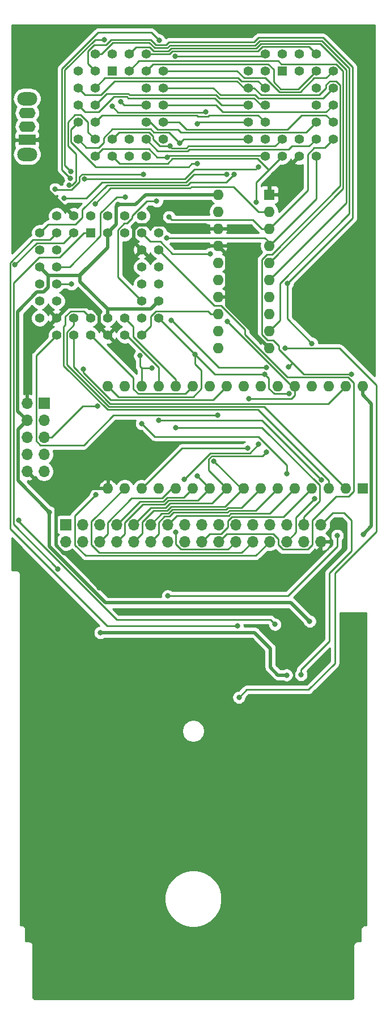
<source format=gbl>
%TF.GenerationSoftware,KiCad,Pcbnew,(5.1.10-1-10_14)*%
%TF.CreationDate,2023-03-27T22:58:26+08:00*%
%TF.ProjectId,GB_MemoryBackup_Mainboard,47425f4d-656d-46f7-9279-4261636b7570,1.4*%
%TF.SameCoordinates,Original*%
%TF.FileFunction,Copper,L2,Bot*%
%TF.FilePolarity,Positive*%
%FSLAX46Y46*%
G04 Gerber Fmt 4.6, Leading zero omitted, Abs format (unit mm)*
G04 Created by KiCad (PCBNEW (5.1.10-1-10_14)) date 2023-03-27 22:58:26*
%MOMM*%
%LPD*%
G01*
G04 APERTURE LIST*
%TA.AperFunction,ComponentPad*%
%ADD10O,1.700000X1.700000*%
%TD*%
%TA.AperFunction,ComponentPad*%
%ADD11R,1.700000X1.700000*%
%TD*%
%TA.AperFunction,ComponentPad*%
%ADD12O,1.600000X1.600000*%
%TD*%
%TA.AperFunction,ComponentPad*%
%ADD13R,1.600000X1.600000*%
%TD*%
%TA.AperFunction,ComponentPad*%
%ADD14C,1.422400*%
%TD*%
%TA.AperFunction,ComponentPad*%
%ADD15R,1.422400X1.422400*%
%TD*%
%TA.AperFunction,ComponentPad*%
%ADD16O,3.000000X2.000000*%
%TD*%
%TA.AperFunction,ComponentPad*%
%ADD17O,2.500000X1.600000*%
%TD*%
%TA.AperFunction,ComponentPad*%
%ADD18R,2.500000X1.600000*%
%TD*%
%TA.AperFunction,ViaPad*%
%ADD19C,0.800000*%
%TD*%
%TA.AperFunction,Conductor*%
%ADD20C,0.500000*%
%TD*%
%TA.AperFunction,Conductor*%
%ADD21C,0.250000*%
%TD*%
%TA.AperFunction,Conductor*%
%ADD22C,0.254000*%
%TD*%
%TA.AperFunction,Conductor*%
%ADD23C,0.100000*%
%TD*%
G04 APERTURE END LIST*
D10*
%TO.P,J4,32*%
%TO.N,GND*%
X108650000Y-86660000D03*
%TO.P,J4,31*%
%TO.N,/AAudioIn*%
X108650000Y-84120000D03*
%TO.P,J4,30*%
%TO.N,/~ARST*%
X106110000Y-86660000D03*
%TO.P,J4,29*%
%TO.N,/AD7*%
X106110000Y-84120000D03*
%TO.P,J4,28*%
%TO.N,/AD6*%
X103570000Y-86660000D03*
%TO.P,J4,27*%
%TO.N,/AD5*%
X103570000Y-84120000D03*
%TO.P,J4,26*%
%TO.N,/AD4*%
X101030000Y-86660000D03*
%TO.P,J4,25*%
%TO.N,/AD3*%
X101030000Y-84120000D03*
%TO.P,J4,24*%
%TO.N,/AD2*%
X98490000Y-86660000D03*
%TO.P,J4,23*%
%TO.N,/AD1*%
X98490000Y-84120000D03*
%TO.P,J4,22*%
%TO.N,/AD0*%
X95950000Y-86660000D03*
%TO.P,J4,21*%
%TO.N,/AA15_T*%
X95950000Y-84120000D03*
%TO.P,J4,20*%
%TO.N,/AA14*%
X93410000Y-86660000D03*
%TO.P,J4,19*%
%TO.N,/AA13*%
X93410000Y-84120000D03*
%TO.P,J4,18*%
%TO.N,/AA12*%
X90870000Y-86660000D03*
%TO.P,J4,17*%
%TO.N,/AA11*%
X90870000Y-84120000D03*
%TO.P,J4,16*%
%TO.N,/AA10*%
X88330000Y-86660000D03*
%TO.P,J4,15*%
%TO.N,/AA9*%
X88330000Y-84120000D03*
%TO.P,J4,14*%
%TO.N,/AA8*%
X85790000Y-86660000D03*
%TO.P,J4,13*%
%TO.N,/AA7*%
X85790000Y-84120000D03*
%TO.P,J4,12*%
%TO.N,/AA6*%
X83250000Y-86660000D03*
%TO.P,J4,11*%
%TO.N,/AA5*%
X83250000Y-84120000D03*
%TO.P,J4,10*%
%TO.N,/AA4*%
X80710000Y-86660000D03*
%TO.P,J4,9*%
%TO.N,/AA3*%
X80710000Y-84120000D03*
%TO.P,J4,8*%
%TO.N,/AA2*%
X78170000Y-86660000D03*
%TO.P,J4,7*%
%TO.N,/AA1*%
X78170000Y-84120000D03*
%TO.P,J4,6*%
%TO.N,/AA0*%
X75630000Y-86660000D03*
%TO.P,J4,5*%
%TO.N,/~ASRAM_CS*%
X75630000Y-84120000D03*
%TO.P,J4,4*%
%TO.N,/~ARD_T*%
X73090000Y-86660000D03*
%TO.P,J4,3*%
%TO.N,/~AWR_T*%
X73090000Y-84120000D03*
%TO.P,J4,2*%
%TO.N,/ACLK*%
X70550000Y-86660000D03*
D11*
%TO.P,J4,1*%
%TO.N,+5V*%
X70550000Y-84120000D03*
%TD*%
D12*
%TO.P,U7,20*%
%TO.N,+5V*%
X93345000Y-34925000D03*
%TO.P,U7,10*%
%TO.N,GND*%
X100965000Y-57785000D03*
%TO.P,U7,19*%
%TO.N,N/C*%
X93345000Y-37465000D03*
%TO.P,U7,9*%
%TO.N,/F040_A17*%
X100965000Y-55245000D03*
%TO.P,U7,18*%
%TO.N,GND*%
X93345000Y-40005000D03*
%TO.P,U7,8*%
%TO.N,/AD3*%
X100965000Y-52705000D03*
%TO.P,U7,17*%
%TO.N,GND*%
X93345000Y-42545000D03*
%TO.P,U7,7*%
%TO.N,/AD2*%
X100965000Y-50165000D03*
%TO.P,U7,16*%
%TO.N,N/C*%
X93345000Y-45085000D03*
%TO.P,U7,6*%
%TO.N,/F040_A16*%
X100965000Y-47625000D03*
%TO.P,U7,15*%
%TO.N,N/C*%
X93345000Y-47625000D03*
%TO.P,U7,5*%
%TO.N,/F040_A15*%
X100965000Y-45085000D03*
%TO.P,U7,14*%
%TO.N,GND*%
X93345000Y-50165000D03*
%TO.P,U7,4*%
%TO.N,/AD1*%
X100965000Y-42545000D03*
%TO.P,U7,13*%
%TO.N,/AD4*%
X93345000Y-52705000D03*
%TO.P,U7,3*%
%TO.N,/AD0*%
X100965000Y-40005000D03*
%TO.P,U7,12*%
%TO.N,/F040_A18*%
X93345000Y-55245000D03*
%TO.P,U7,2*%
%TO.N,/F040_A14*%
X100965000Y-37465000D03*
%TO.P,U7,11*%
%TO.N,/HC373_040_LE*%
X93345000Y-57785000D03*
D13*
%TO.P,U7,1*%
%TO.N,GND*%
X100965000Y-34925000D03*
%TD*%
D12*
%TO.P,U4,32*%
%TO.N,VMEM*%
X114935000Y-63500000D03*
%TO.P,U4,16*%
%TO.N,GND*%
X76835000Y-78740000D03*
%TO.P,U4,31*%
%TO.N,/RAM_A15*%
X112395000Y-63500000D03*
%TO.P,U4,15*%
%TO.N,/AD2*%
X79375000Y-78740000D03*
%TO.P,U4,30*%
%TO.N,/RAM_CE2*%
X109855000Y-63500000D03*
%TO.P,U4,14*%
%TO.N,/AD1*%
X81915000Y-78740000D03*
%TO.P,U4,29*%
%TO.N,/~AWR*%
X107315000Y-63500000D03*
%TO.P,U4,13*%
%TO.N,/AD0*%
X84455000Y-78740000D03*
%TO.P,U4,28*%
%TO.N,/AA13*%
X104775000Y-63500000D03*
%TO.P,U4,12*%
%TO.N,/AA0*%
X86995000Y-78740000D03*
%TO.P,U4,27*%
%TO.N,/AA8*%
X102235000Y-63500000D03*
%TO.P,U4,11*%
%TO.N,/AA1*%
X89535000Y-78740000D03*
%TO.P,U4,26*%
%TO.N,/AA9*%
X99695000Y-63500000D03*
%TO.P,U4,10*%
%TO.N,/AA2*%
X92075000Y-78740000D03*
%TO.P,U4,25*%
%TO.N,/AA11*%
X97155000Y-63500000D03*
%TO.P,U4,9*%
%TO.N,/AA3*%
X94615000Y-78740000D03*
%TO.P,U4,24*%
%TO.N,/~ARD*%
X94615000Y-63500000D03*
%TO.P,U4,8*%
%TO.N,/AA4*%
X97155000Y-78740000D03*
%TO.P,U4,23*%
%TO.N,/AA10*%
X92075000Y-63500000D03*
%TO.P,U4,7*%
%TO.N,/AA5*%
X99695000Y-78740000D03*
%TO.P,U4,22*%
%TO.N,/~RAM_CE*%
X89535000Y-63500000D03*
%TO.P,U4,6*%
%TO.N,/AA6*%
X102235000Y-78740000D03*
%TO.P,U4,21*%
%TO.N,/AD7*%
X86995000Y-63500000D03*
%TO.P,U4,5*%
%TO.N,/AA7*%
X104775000Y-78740000D03*
%TO.P,U4,20*%
%TO.N,/AD6*%
X84455000Y-63500000D03*
%TO.P,U4,4*%
%TO.N,/AA12*%
X107315000Y-78740000D03*
%TO.P,U4,19*%
%TO.N,/AD5*%
X81915000Y-63500000D03*
%TO.P,U4,3*%
%TO.N,/RAM_A14*%
X109855000Y-78740000D03*
%TO.P,U4,18*%
%TO.N,/AD4*%
X79375000Y-63500000D03*
%TO.P,U4,2*%
%TO.N,/RAM_A16*%
X112395000Y-78740000D03*
%TO.P,U4,17*%
%TO.N,/AD3*%
X76835000Y-63500000D03*
D13*
%TO.P,U4,1*%
%TO.N,N/C*%
X114935000Y-78740000D03*
%TD*%
D14*
%TO.P,U3,39*%
%TO.N,/F010_A18*%
X66675000Y-40640000D03*
%TO.P,U3,37*%
%TO.N,/F010_A17*%
X66675000Y-43180000D03*
%TO.P,U3,35*%
%TO.N,+5V*%
X66675000Y-45720000D03*
%TO.P,U3,33*%
%TO.N,/F010_A14*%
X66675000Y-48260000D03*
%TO.P,U3,31*%
%TO.N,/~F_CE_010*%
X66675000Y-50800000D03*
%TO.P,U3,40*%
%TO.N,/~F_CE_040*%
X69215000Y-38100000D03*
%TO.P,U3,38*%
%TO.N,/TDO*%
X69215000Y-43180000D03*
%TO.P,U3,36*%
%TO.N,/F010_A16*%
X69215000Y-45720000D03*
%TO.P,U3,34*%
%TO.N,/F010_A15*%
X69215000Y-48260000D03*
%TO.P,U3,32*%
%TO.N,/TCK*%
X69215000Y-50800000D03*
%TO.P,U3,30*%
%TO.N,GND*%
X69215000Y-53340000D03*
%TO.P,U3,28*%
%TO.N,/HC373_040_LE*%
X69215000Y-55880000D03*
%TO.P,U3,26*%
%TO.N,/RAM_A15*%
X71755000Y-55880000D03*
%TO.P,U3,24*%
%TO.N,/~RAM_CE*%
X74295000Y-55880000D03*
%TO.P,U3,22*%
%TO.N,GND*%
X76835000Y-55880000D03*
%TO.P,U3,20*%
%TO.N,/AD6*%
X79375000Y-55880000D03*
%TO.P,U3,18*%
%TO.N,/AD4*%
X81915000Y-55880000D03*
%TO.P,U3,29*%
%TO.N,N/C*%
X66675000Y-53340000D03*
%TO.P,U3,27*%
%TO.N,/RAM_A16*%
X71755000Y-53340000D03*
%TO.P,U3,25*%
%TO.N,/RAM_A14*%
X74295000Y-53340000D03*
%TO.P,U3,23*%
%TO.N,+5V*%
X76835000Y-53340000D03*
%TO.P,U3,21*%
%TO.N,/AD7*%
X79375000Y-53340000D03*
%TO.P,U3,19*%
%TO.N,/AD5*%
X81915000Y-53340000D03*
%TO.P,U3,17*%
%TO.N,/AD3*%
X84455000Y-53340000D03*
%TO.P,U3,15*%
%TO.N,+5V*%
X84455000Y-50800000D03*
%TO.P,U3,13*%
%TO.N,/TMS*%
X84455000Y-48260000D03*
%TO.P,U3,11*%
%TO.N,/AA15*%
X84455000Y-45720000D03*
%TO.P,U3,9*%
%TO.N,/AA14*%
X84455000Y-43180000D03*
%TO.P,U3,7*%
%TO.N,/TDI*%
X84455000Y-40640000D03*
%TO.P,U3,16*%
%TO.N,/AD2*%
X81915000Y-50800000D03*
%TO.P,U3,14*%
%TO.N,/AD1*%
X81915000Y-48260000D03*
%TO.P,U3,12*%
%TO.N,/AD0*%
X81915000Y-45720000D03*
%TO.P,U3,10*%
%TO.N,GND*%
X81915000Y-43180000D03*
%TO.P,U3,8*%
%TO.N,/AA13*%
X81915000Y-40640000D03*
%TO.P,U3,42*%
%TO.N,GND*%
X71755000Y-38100000D03*
%TO.P,U3,44*%
%TO.N,/~SW_1*%
X74295000Y-38100000D03*
%TO.P,U3,6*%
%TO.N,/AA0*%
X81915000Y-38100000D03*
%TO.P,U3,4*%
%TO.N,/~AWR_T*%
X79375000Y-38100000D03*
%TO.P,U3,2*%
%TO.N,/~ARD*%
X76835000Y-38100000D03*
%TO.P,U3,41*%
%TO.N,/AA15_T*%
X69215000Y-40640000D03*
%TO.P,U3,43*%
%TO.N,/~ARST*%
X71755000Y-40640000D03*
%TO.P,U3,5*%
%TO.N,/~ARD_T*%
X79375000Y-40640000D03*
%TO.P,U3,3*%
%TO.N,+5V*%
X76835000Y-40640000D03*
D15*
%TO.P,U3,1*%
%TO.N,/~AWR*%
X74295000Y-40640000D03*
%TD*%
D14*
%TO.P,U2,29*%
%TO.N,/F040_A14*%
X72390000Y-16510000D03*
%TO.P,U2,27*%
%TO.N,/AA8*%
X72390000Y-19050000D03*
%TO.P,U2,25*%
%TO.N,/AA11*%
X72390000Y-21590000D03*
%TO.P,U2,23*%
%TO.N,/AA10*%
X72390000Y-24130000D03*
%TO.P,U2,28*%
%TO.N,/AA13*%
X74930000Y-19050000D03*
%TO.P,U2,26*%
%TO.N,/AA9*%
X74930000Y-21590000D03*
%TO.P,U2,24*%
%TO.N,/~ARD*%
X74930000Y-24130000D03*
%TO.P,U2,22*%
%TO.N,/~F_CE_040*%
X74930000Y-26670000D03*
%TO.P,U2,20*%
%TO.N,/AD6*%
X74930000Y-29210000D03*
%TO.P,U2,18*%
%TO.N,/AD4*%
X77470000Y-29210000D03*
%TO.P,U2,16*%
%TO.N,GND*%
X80010000Y-29210000D03*
%TO.P,U2,14*%
%TO.N,/AD1*%
X82550000Y-29210000D03*
%TO.P,U2,21*%
%TO.N,/AD7*%
X72390000Y-26670000D03*
%TO.P,U2,19*%
%TO.N,/AD5*%
X77470000Y-26670000D03*
%TO.P,U2,17*%
%TO.N,/AD3*%
X80010000Y-26670000D03*
%TO.P,U2,15*%
%TO.N,/AD2*%
X82550000Y-26670000D03*
%TO.P,U2,13*%
%TO.N,/AD0*%
X85090000Y-26670000D03*
%TO.P,U2,11*%
%TO.N,/AA1*%
X85090000Y-24130000D03*
%TO.P,U2,9*%
%TO.N,/AA3*%
X85090000Y-21590000D03*
%TO.P,U2,7*%
%TO.N,/AA5*%
X85090000Y-19050000D03*
%TO.P,U2,5*%
%TO.N,/AA7*%
X85090000Y-16510000D03*
%TO.P,U2,12*%
%TO.N,/AA0*%
X82550000Y-24130000D03*
%TO.P,U2,10*%
%TO.N,/AA2*%
X82550000Y-21590000D03*
%TO.P,U2,8*%
%TO.N,/AA4*%
X82550000Y-19050000D03*
%TO.P,U2,6*%
%TO.N,/AA6*%
X82550000Y-16510000D03*
%TO.P,U2,30*%
%TO.N,/F040_A17*%
X74930000Y-13970000D03*
%TO.P,U2,32*%
%TO.N,+5V*%
X77470000Y-13970000D03*
%TO.P,U2,4*%
%TO.N,/AA12*%
X82550000Y-13970000D03*
%TO.P,U2,2*%
%TO.N,/F040_A16*%
X80010000Y-13970000D03*
%TO.P,U2,31*%
%TO.N,/~AWR*%
X74930000Y-16510000D03*
%TO.P,U2,3*%
%TO.N,/F040_A15*%
X80010000Y-16510000D03*
D15*
%TO.P,U2,1*%
%TO.N,/F040_A18*%
X77470000Y-16510000D03*
%TD*%
D14*
%TO.P,U1,29*%
%TO.N,/F010_A14*%
X97790000Y-16510000D03*
%TO.P,U1,27*%
%TO.N,/AA8*%
X97790000Y-19050000D03*
%TO.P,U1,25*%
%TO.N,/AA11*%
X97790000Y-21590000D03*
%TO.P,U1,23*%
%TO.N,/AA10*%
X97790000Y-24130000D03*
%TO.P,U1,28*%
%TO.N,/AA13*%
X100330000Y-19050000D03*
%TO.P,U1,26*%
%TO.N,/AA9*%
X100330000Y-21590000D03*
%TO.P,U1,24*%
%TO.N,/~ARD*%
X100330000Y-24130000D03*
%TO.P,U1,22*%
%TO.N,/~F_CE_010*%
X100330000Y-26670000D03*
%TO.P,U1,20*%
%TO.N,/AD6*%
X100330000Y-29210000D03*
%TO.P,U1,18*%
%TO.N,/AD4*%
X102870000Y-29210000D03*
%TO.P,U1,16*%
%TO.N,GND*%
X105410000Y-29210000D03*
%TO.P,U1,14*%
%TO.N,/AD1*%
X107950000Y-29210000D03*
%TO.P,U1,21*%
%TO.N,/AD7*%
X97790000Y-26670000D03*
%TO.P,U1,19*%
%TO.N,/AD5*%
X102870000Y-26670000D03*
%TO.P,U1,17*%
%TO.N,/AD3*%
X105410000Y-26670000D03*
%TO.P,U1,15*%
%TO.N,/AD2*%
X107950000Y-26670000D03*
%TO.P,U1,13*%
%TO.N,/AD0*%
X110490000Y-26670000D03*
%TO.P,U1,11*%
%TO.N,/AA1*%
X110490000Y-24130000D03*
%TO.P,U1,9*%
%TO.N,/AA3*%
X110490000Y-21590000D03*
%TO.P,U1,7*%
%TO.N,/AA5*%
X110490000Y-19050000D03*
%TO.P,U1,5*%
%TO.N,/AA7*%
X110490000Y-16510000D03*
%TO.P,U1,12*%
%TO.N,/AA0*%
X107950000Y-24130000D03*
%TO.P,U1,10*%
%TO.N,/AA2*%
X107950000Y-21590000D03*
%TO.P,U1,8*%
%TO.N,/AA4*%
X107950000Y-19050000D03*
%TO.P,U1,6*%
%TO.N,/AA6*%
X107950000Y-16510000D03*
%TO.P,U1,30*%
%TO.N,/F010_A17*%
X100330000Y-13970000D03*
%TO.P,U1,32*%
%TO.N,+5V*%
X102870000Y-13970000D03*
%TO.P,U1,4*%
%TO.N,/AA12*%
X107950000Y-13970000D03*
%TO.P,U1,2*%
%TO.N,/F010_A16*%
X105410000Y-13970000D03*
%TO.P,U1,31*%
%TO.N,/~AWR*%
X100330000Y-16510000D03*
%TO.P,U1,3*%
%TO.N,/F010_A15*%
X105410000Y-16510000D03*
D15*
%TO.P,U1,1*%
%TO.N,/F010_A18*%
X102870000Y-16510000D03*
%TD*%
D16*
%TO.P,SW1,4*%
%TO.N,N/C*%
X64770000Y-20615000D03*
%TO.P,SW1,5*%
X64770000Y-28915000D03*
D17*
%TO.P,SW1,3*%
X64770000Y-22765000D03*
%TO.P,SW1,2*%
%TO.N,/~SW_1*%
X64770000Y-24765000D03*
D18*
%TO.P,SW1,1*%
%TO.N,GND*%
X64770000Y-26765000D03*
%TD*%
D11*
%TO.P,J3,1*%
%TO.N,/TCK*%
X67310000Y-66040000D03*
D10*
%TO.P,J3,2*%
%TO.N,GND*%
X64770000Y-66040000D03*
%TO.P,J3,3*%
%TO.N,/TDO*%
X67310000Y-68580000D03*
%TO.P,J3,4*%
%TO.N,+5V*%
X64770000Y-68580000D03*
%TO.P,J3,5*%
%TO.N,/TMS*%
X67310000Y-71120000D03*
%TO.P,J3,6*%
%TO.N,N/C*%
X64770000Y-71120000D03*
%TO.P,J3,7*%
X67310000Y-73660000D03*
%TO.P,J3,8*%
X64770000Y-73660000D03*
%TO.P,J3,9*%
%TO.N,/TDI*%
X67310000Y-76200000D03*
%TO.P,J3,10*%
%TO.N,GND*%
X64770000Y-76200000D03*
%TD*%
D19*
%TO.N,+5V*%
X78374200Y-36440400D03*
X68091900Y-82249300D03*
X106995000Y-98541300D03*
%TO.N,GND*%
X75585000Y-93512200D03*
X68214500Y-24923400D03*
%TO.N,/AAudioIn*%
X105720000Y-106490000D03*
%TO.N,/~ARST*%
X101814700Y-98995400D03*
X63501700Y-83485200D03*
X62981700Y-45401400D03*
%TO.N,/AD7*%
X86995000Y-69664500D03*
X87602000Y-27255000D03*
%TO.N,/AD6*%
X85708500Y-29339700D03*
X84455000Y-68582000D03*
X108765100Y-77500500D03*
X107709300Y-80288700D03*
%TO.N,/AD5*%
X83440000Y-60780000D03*
X103570000Y-76500100D03*
X86151700Y-27659800D03*
X81627900Y-58951300D03*
X81920000Y-69100000D03*
%TO.N,/AD4*%
X98982100Y-36082000D03*
X75087500Y-79628400D03*
%TO.N,/AD3*%
X100257600Y-61677100D03*
X89840100Y-58725000D03*
X103919716Y-64632250D03*
%TO.N,/AD2*%
X84141700Y-35914000D03*
%TO.N,/AD1*%
X97723700Y-72720400D03*
X85604800Y-41364000D03*
%TO.N,/AD0*%
X86990600Y-85258000D03*
X85983100Y-38251300D03*
%TO.N,/AA15*%
X86309900Y-53639800D03*
X100500700Y-60659500D03*
X103333600Y-57858100D03*
X96430000Y-109880000D03*
%TO.N,/AA13*%
X92159700Y-43744300D03*
X94688800Y-53807400D03*
X97940000Y-65360000D03*
%TO.N,/AA10*%
X90204900Y-30324200D03*
X90204900Y-24344700D03*
%TO.N,/AA9*%
X99386000Y-72107800D03*
X88257600Y-77351100D03*
%TO.N,/AA8*%
X103810000Y-60640000D03*
X85791500Y-94761500D03*
X113270303Y-61689697D03*
X111100000Y-85760000D03*
%TO.N,/AA4*%
X92682400Y-74642100D03*
%TO.N,/AA3*%
X100574900Y-73296700D03*
%TO.N,/AA2*%
X78765500Y-21060300D03*
X90201900Y-76868100D03*
%TO.N,/~ARD*%
X73184600Y-60939800D03*
%TO.N,/~AWR*%
X107315000Y-57105300D03*
X103659300Y-48189300D03*
X69380000Y-90720000D03*
%TO.N,/AA15_T*%
X96173700Y-99245500D03*
%TO.N,/TMS*%
X75275200Y-66484000D03*
%TO.N,/TDI*%
X82188400Y-31897600D03*
X68935900Y-34100200D03*
%TO.N,/F010_A14*%
X70273000Y-35448600D03*
X94642500Y-31897500D03*
%TO.N,/~F_CE_010*%
X73353600Y-32622800D03*
X99310800Y-30776300D03*
%TO.N,/F040_A14*%
X74936600Y-36320200D03*
%TO.N,/~F_CE_040*%
X71081600Y-33504000D03*
%TO.N,/F040_A18*%
X91489000Y-22583700D03*
X77470000Y-21790300D03*
%TO.N,Net-(BT1-Pad1)*%
X75720000Y-100220000D03*
X103550000Y-106550000D03*
%TO.N,VMEM*%
X114980000Y-85590000D03*
%TO.N,/F010_A17*%
X71280100Y-32503700D03*
X84490000Y-11894970D03*
X86880000Y-14281200D03*
%TO.N,/F010_A16*%
X79413100Y-35278200D03*
%TO.N,/F010_A15*%
X71314300Y-31480000D03*
X71430000Y-48260000D03*
X76347900Y-11810000D03*
%TO.N,/F010_A18*%
X95667000Y-31942800D03*
%TO.N,/HC373_040_LE*%
X93213600Y-67850500D03*
%TD*%
D20*
%TO.N,+5V*%
X92044900Y-34925000D02*
X82521500Y-34925000D01*
X82521500Y-34925000D02*
X81006100Y-36440400D01*
X81006100Y-36440400D02*
X78374200Y-36440400D01*
X76835000Y-40640000D02*
X78136900Y-39338100D01*
X78136900Y-39338100D02*
X78136900Y-36677700D01*
X78136900Y-36677700D02*
X78374200Y-36440400D01*
X64770000Y-68580000D02*
X63394600Y-67204600D01*
X63394600Y-67204600D02*
X63394600Y-52360900D01*
X63394600Y-52360900D02*
X66284100Y-49471400D01*
X66284100Y-49471400D02*
X67220400Y-49471400D01*
X67220400Y-49471400D02*
X67944900Y-48746900D01*
X67944900Y-48746900D02*
X67944900Y-46989900D01*
X67944900Y-46989900D02*
X66675000Y-45720000D01*
X64770000Y-68580000D02*
X63412700Y-69937300D01*
X63412700Y-69937300D02*
X63412700Y-77570100D01*
X63412700Y-77570100D02*
X68091900Y-82249300D01*
X72714000Y-46922500D02*
X72714000Y-47893600D01*
X72714000Y-47893600D02*
X76835000Y-52014600D01*
X76835000Y-40640000D02*
X76835000Y-42801500D01*
X76835000Y-42801500D02*
X72714000Y-46922500D01*
X76835000Y-52014600D02*
X76835000Y-53340000D01*
X84455000Y-50800000D02*
X83240400Y-52014600D01*
X83240400Y-52014600D02*
X76835000Y-52014600D01*
X93345000Y-34925000D02*
X92044900Y-34925000D01*
X76520200Y-95761100D02*
X104214800Y-95761100D01*
X104214800Y-95761100D02*
X106995000Y-98541300D01*
X68091900Y-87332800D02*
X76520200Y-95761100D01*
X68091900Y-82249300D02*
X68091900Y-87332800D01*
X72646600Y-46989900D02*
X76835000Y-42801500D01*
X67944900Y-46989900D02*
X72646600Y-46989900D01*
%TO.N,GND*%
X93345000Y-40005000D02*
X92044900Y-40005000D01*
X81915000Y-43180000D02*
X80703600Y-41968600D01*
X80703600Y-41968600D02*
X80703600Y-40094600D01*
X80703600Y-40094600D02*
X81388300Y-39409900D01*
X81388300Y-39409900D02*
X91449800Y-39409900D01*
X91449800Y-39409900D02*
X92044900Y-40005000D01*
X100965000Y-34925000D02*
X100965000Y-33624900D01*
X100965000Y-33624900D02*
X100995100Y-33624900D01*
X100995100Y-33624900D02*
X105410000Y-29210000D01*
X66520000Y-26765000D02*
X68214500Y-25070500D01*
X68214500Y-25070500D02*
X68214500Y-24923400D01*
X69215000Y-53340000D02*
X70878500Y-51676500D01*
X70878500Y-51676500D02*
X74354600Y-51676500D01*
X74354600Y-51676500D02*
X75565000Y-52886900D01*
X75565000Y-52886900D02*
X75565000Y-54610000D01*
X75565000Y-54610000D02*
X76835000Y-55880000D01*
X64770000Y-64689900D02*
X64770000Y-57785000D01*
X64770000Y-57785000D02*
X69215000Y-53340000D01*
X75534900Y-78740000D02*
X75523200Y-78728300D01*
X75523200Y-78728300D02*
X69107700Y-78728300D01*
X69107700Y-78728300D02*
X69096000Y-78740000D01*
X69096000Y-78740000D02*
X69096000Y-87233500D01*
X69096000Y-87233500D02*
X70319300Y-88456800D01*
X70319300Y-88456800D02*
X70529600Y-88456800D01*
X70529600Y-88456800D02*
X75585000Y-93512200D01*
X69096000Y-78740000D02*
X67310000Y-78740000D01*
X67310000Y-78740000D02*
X64770000Y-76200000D01*
X66520000Y-26765000D02*
X67895700Y-28140700D01*
X67895700Y-28140700D02*
X67895700Y-34353400D01*
X67895700Y-34353400D02*
X71642300Y-38100000D01*
X71642300Y-38100000D02*
X71755000Y-38100000D01*
X66332600Y-26765000D02*
X66520000Y-26765000D01*
X64770000Y-26765000D02*
X66332600Y-26765000D01*
X93345000Y-42545000D02*
X94645100Y-43845100D01*
X94645100Y-43845100D02*
X94645100Y-50165000D01*
X93345000Y-50165000D02*
X94645100Y-50165000D01*
X94645100Y-50165000D02*
X94645100Y-51465100D01*
X94645100Y-51465100D02*
X100965000Y-57785000D01*
X64770000Y-66040000D02*
X64770000Y-64689900D01*
X76835000Y-78740000D02*
X75534900Y-78740000D01*
X77512100Y-91585100D02*
X75585000Y-93512200D01*
X104724900Y-91585100D02*
X77512100Y-91585100D01*
X108650000Y-87660000D02*
X104724900Y-91585100D01*
X108650000Y-86660000D02*
X108650000Y-87660000D01*
D21*
%TO.N,/AAudioIn*%
X109945001Y-91335285D02*
X109945001Y-101509999D01*
X105720000Y-105735000D02*
X105720000Y-106490000D01*
X113230000Y-88050286D02*
X109945001Y-91335285D01*
X113230000Y-83460000D02*
X113230000Y-88050286D01*
X112130000Y-82360000D02*
X113230000Y-83460000D01*
X110410000Y-82360000D02*
X112130000Y-82360000D01*
X109945001Y-101509999D02*
X105720000Y-105735000D01*
X108650000Y-84120000D02*
X110410000Y-82360000D01*
%TO.N,/~ARST*%
X101814700Y-98995400D02*
X101093900Y-98274600D01*
X101093900Y-98274600D02*
X78149100Y-98274600D01*
X71755000Y-40640000D02*
X70264000Y-42131000D01*
X70264000Y-42131000D02*
X66252100Y-42131000D01*
X66252100Y-42131000D02*
X62981700Y-45401400D01*
X63501700Y-83627200D02*
X63501700Y-83485200D01*
X78149100Y-98274600D02*
X63501700Y-83627200D01*
%TO.N,/AD7*%
X106110000Y-84120000D02*
X106110000Y-82944900D01*
X106110000Y-82944900D02*
X108453500Y-80601400D01*
X108453500Y-80601400D02*
X108453500Y-78250800D01*
X108453500Y-78250800D02*
X99867200Y-69664500D01*
X99867200Y-69664500D02*
X86995000Y-69664500D01*
X87602000Y-27255000D02*
X85980600Y-25633600D01*
X85980600Y-25633600D02*
X83725000Y-25633600D01*
X83725000Y-25633600D02*
X83268200Y-25176800D01*
X83268200Y-25176800D02*
X77484200Y-25176800D01*
X77484200Y-25176800D02*
X76200000Y-26461000D01*
X97790000Y-26670000D02*
X88187000Y-26670000D01*
X88187000Y-26670000D02*
X87602000Y-27255000D01*
X79375000Y-53340000D02*
X80645000Y-54610000D01*
X80645000Y-56143578D02*
X80645000Y-54610000D01*
X86995000Y-62493578D02*
X80645000Y-56143578D01*
X86995000Y-63500000D02*
X86995000Y-62493578D01*
X72390000Y-26670000D02*
X73620000Y-27900000D01*
X73620000Y-27900000D02*
X75450000Y-27900000D01*
X76200000Y-27150000D02*
X76200000Y-26461000D01*
X75450000Y-27900000D02*
X76200000Y-27150000D01*
%TO.N,/AD6*%
X108765100Y-77500500D02*
X99846700Y-68582100D01*
X99846700Y-68582100D02*
X84455000Y-68582100D01*
X84455000Y-68582100D02*
X84455000Y-68582000D01*
X85708500Y-29339700D02*
X85931900Y-29116300D01*
X85931900Y-29116300D02*
X100236300Y-29116300D01*
X100236300Y-29116300D02*
X100330000Y-29210000D01*
X74930000Y-29210000D02*
X76026400Y-28113600D01*
X76026400Y-28113600D02*
X82980800Y-28113600D01*
X82980800Y-28113600D02*
X84206900Y-29339700D01*
X84206900Y-29339700D02*
X85708500Y-29339700D01*
X84455000Y-60741000D02*
X84455000Y-63500000D01*
X79594000Y-55880000D02*
X84455000Y-60741000D01*
X79375000Y-55880000D02*
X79594000Y-55880000D01*
X105053001Y-82944999D02*
X107709300Y-80288700D01*
X104934999Y-85295001D02*
X104934999Y-83063001D01*
X104934999Y-83063001D02*
X105053001Y-82944999D01*
X103570000Y-86660000D02*
X104934999Y-85295001D01*
%TO.N,/AD5*%
X85189100Y-70992500D02*
X99310000Y-70992500D01*
X99310000Y-70992500D02*
X103570000Y-75252500D01*
X103570000Y-75252500D02*
X103570000Y-76500100D01*
X102870000Y-26670000D02*
X101833700Y-27706300D01*
X101833700Y-27706300D02*
X88832000Y-27706300D01*
X88832000Y-27706300D02*
X88558200Y-27980100D01*
X88558200Y-27980100D02*
X86425500Y-27980100D01*
X86425500Y-27980100D02*
X86151700Y-27706300D01*
X86151700Y-27706300D02*
X86151700Y-27659800D01*
X77470000Y-26670000D02*
X78513000Y-25627000D01*
X78513000Y-25627000D02*
X82991100Y-25627000D01*
X82991100Y-25627000D02*
X83603600Y-26239500D01*
X83603600Y-26239500D02*
X83603600Y-26652300D01*
X83603600Y-26652300D02*
X84657600Y-27706300D01*
X84657600Y-27706300D02*
X86151700Y-27706300D01*
X81915000Y-60819200D02*
X81627900Y-60532100D01*
X81915000Y-63500000D02*
X81915000Y-60819200D01*
X81627900Y-58951300D02*
X81627900Y-60532100D01*
X83400800Y-60819200D02*
X83440000Y-60780000D01*
X81915000Y-60819200D02*
X83400800Y-60819200D01*
X83812500Y-70992500D02*
X85189100Y-70992500D01*
X81920000Y-69100000D02*
X83812500Y-70992500D01*
%TO.N,/AD4*%
X77470000Y-29210000D02*
X78569500Y-30309500D01*
X78569500Y-30309500D02*
X85764400Y-30309500D01*
X85764400Y-30309500D02*
X86493600Y-29580300D01*
X86493600Y-29580300D02*
X99187500Y-29580300D01*
X99187500Y-29580300D02*
X100772100Y-31164900D01*
X102870000Y-29210000D02*
X100915100Y-31164900D01*
X93345000Y-52705000D02*
X92219900Y-52705000D01*
X81915000Y-55880000D02*
X83251400Y-54543600D01*
X83251400Y-54543600D02*
X83251400Y-53049000D01*
X83251400Y-53049000D02*
X84006100Y-52294300D01*
X84006100Y-52294300D02*
X91809200Y-52294300D01*
X91809200Y-52294300D02*
X92219900Y-52705000D01*
X98982100Y-33097900D02*
X100915100Y-31164900D01*
X98982100Y-36082000D02*
X98982100Y-33097900D01*
X71914800Y-82801100D02*
X75087500Y-79628400D01*
X71914800Y-87166500D02*
X71914800Y-82801100D01*
X73509300Y-88761000D02*
X71914800Y-87166500D01*
X98929000Y-88761000D02*
X73509300Y-88761000D01*
X101030000Y-86660000D02*
X98929000Y-88761000D01*
%TO.N,/AD3*%
X84455000Y-53340000D02*
X89239100Y-58124100D01*
X100257600Y-61677100D02*
X92792200Y-61677100D01*
X89239200Y-58124100D02*
X89840100Y-58725000D01*
X89239100Y-58124100D02*
X89239200Y-58124100D01*
X89840100Y-58725000D02*
X92792200Y-61677100D01*
X100876600Y-62296100D02*
X100257600Y-61677100D01*
X100876600Y-63806602D02*
X100876600Y-62296100D01*
X103912467Y-64625001D02*
X103919716Y-64632250D01*
X101694999Y-64625001D02*
X103912467Y-64625001D01*
X100876600Y-63806602D02*
X101694999Y-64625001D01*
X90805000Y-61164800D02*
X89840100Y-60199900D01*
X89840100Y-60199900D02*
X89840100Y-58725000D01*
X89572600Y-65086300D02*
X90805000Y-63853900D01*
X76835000Y-63500000D02*
X78421300Y-65086300D01*
X90805000Y-63853900D02*
X90805000Y-61164800D01*
X78421300Y-65086300D02*
X89572600Y-65086300D01*
%TO.N,/AD2*%
X81915000Y-50800000D02*
X78322700Y-47207700D01*
X78322700Y-47207700D02*
X78322700Y-40195600D01*
X78322700Y-40195600D02*
X79283200Y-39235100D01*
X79283200Y-39235100D02*
X79714800Y-39235100D01*
X79714800Y-39235100D02*
X80485700Y-38464200D01*
X80485700Y-38464200D02*
X80485700Y-38059800D01*
X80485700Y-38059800D02*
X82631500Y-35914000D01*
X82631500Y-35914000D02*
X84141700Y-35914000D01*
X107950000Y-26670000D02*
X106913700Y-27706300D01*
X106913700Y-27706300D02*
X104318000Y-27706300D01*
X104318000Y-27706300D02*
X103867900Y-28156400D01*
X103867900Y-28156400D02*
X89018500Y-28156400D01*
X89018500Y-28156400D02*
X88744700Y-28430200D01*
X88744700Y-28430200D02*
X84310200Y-28430200D01*
X84310200Y-28430200D02*
X82550000Y-26670000D01*
X96850400Y-88299600D02*
X75579600Y-88299600D01*
X74411400Y-87131400D02*
X74411400Y-83671800D01*
X75579600Y-88299600D02*
X74411400Y-87131400D01*
X98490000Y-86660000D02*
X96850400Y-88299600D01*
X79343200Y-78740000D02*
X74411400Y-83671800D01*
X79375000Y-78740000D02*
X79343200Y-78740000D01*
%TO.N,/AD1*%
X88826500Y-72720400D02*
X97723700Y-72720400D01*
X85604800Y-41364000D02*
X100302800Y-41364000D01*
X100302800Y-41364000D02*
X100965000Y-42026200D01*
X100965000Y-42545000D02*
X100965000Y-42026200D01*
X107950000Y-35560000D02*
X107950000Y-29210000D01*
X100965000Y-42545000D02*
X107950000Y-35560000D01*
X87934600Y-72720400D02*
X88826500Y-72720400D01*
X81915000Y-78740000D02*
X87934600Y-72720400D01*
%TO.N,/AD0*%
X99839900Y-40005000D02*
X98534600Y-38699700D01*
X98534600Y-38699700D02*
X86431500Y-38699700D01*
X86431500Y-38699700D02*
X85983100Y-38251300D01*
X110490000Y-26670000D02*
X109220000Y-27940000D01*
X109220000Y-27940000D02*
X107680600Y-27940000D01*
X107680600Y-27940000D02*
X106705500Y-28915100D01*
X100965000Y-40005000D02*
X99839900Y-40005000D01*
X106705500Y-34264500D02*
X106705500Y-28915100D01*
X100965000Y-40005000D02*
X106705500Y-34264500D01*
X87765999Y-87835001D02*
X86990600Y-87059602D01*
X94774999Y-87835001D02*
X87765999Y-87835001D01*
X86990600Y-87059602D02*
X86990600Y-85258000D01*
X95950000Y-86660000D02*
X94774999Y-87835001D01*
%TO.N,/AA15*%
X100500700Y-60659500D02*
X93401000Y-60659500D01*
X93401000Y-60659500D02*
X86381300Y-53639800D01*
X86381300Y-53639800D02*
X86309900Y-53639800D01*
X116919000Y-85167400D02*
X116919000Y-63333700D01*
X110744100Y-91342300D02*
X116919000Y-85167400D01*
X116919000Y-63333700D02*
X111443400Y-57858100D01*
X110744100Y-104815900D02*
X110744100Y-91342300D01*
X106830000Y-108730000D02*
X110744100Y-104815900D01*
X97580000Y-108730000D02*
X106830000Y-108730000D01*
X111443400Y-57858100D02*
X103333600Y-57858100D01*
X96430000Y-109880000D02*
X97580000Y-108730000D01*
%TO.N,/AA14*%
X92745300Y-51470300D02*
X84455000Y-43180000D01*
X93733900Y-51470300D02*
X92745300Y-51470300D01*
X112732900Y-62177600D02*
X103695410Y-62177600D01*
X113563600Y-79162800D02*
X113563600Y-63008300D01*
X101519000Y-85484900D02*
X102300000Y-86265900D01*
X107354999Y-87154003D02*
X107354999Y-83498399D01*
X112803200Y-79923200D02*
X113563600Y-79162800D01*
X103695410Y-62177600D02*
X97289300Y-55771490D01*
X107354999Y-83498399D02*
X110930198Y-79923200D01*
X97289300Y-55025700D02*
X93733900Y-51470300D01*
X102986500Y-87835200D02*
X106673802Y-87835200D01*
X113563600Y-63008300D02*
X112732900Y-62177600D01*
X102300000Y-87148700D02*
X102986500Y-87835200D01*
X106673802Y-87835200D02*
X107354999Y-87154003D01*
X94585100Y-85484900D02*
X101519000Y-85484900D01*
X110930198Y-79923200D02*
X112803200Y-79923200D01*
X97289300Y-55771490D02*
X97289300Y-55025700D01*
X102300000Y-86265900D02*
X102300000Y-87148700D01*
X93410000Y-86660000D02*
X94585100Y-85484900D01*
%TO.N,/AA13*%
X74930000Y-19050000D02*
X76420700Y-17559300D01*
X76420700Y-17559300D02*
X96342000Y-17559300D01*
X96342000Y-17559300D02*
X96792100Y-18009400D01*
X96792100Y-18009400D02*
X99289400Y-18009400D01*
X99289400Y-18009400D02*
X100330000Y-19050000D01*
X81915000Y-40640000D02*
X83185000Y-41910000D01*
X83185000Y-41910000D02*
X84664800Y-41910000D01*
X84664800Y-41910000D02*
X86499100Y-43744300D01*
X86499100Y-43744300D02*
X92159700Y-43744300D01*
X104775000Y-64625100D02*
X104775000Y-64870000D01*
X104775000Y-63500000D02*
X104775000Y-64625100D01*
X104381400Y-63500000D02*
X104775000Y-63500000D01*
X94688800Y-53807400D02*
X104381400Y-63500000D01*
X104285000Y-65360000D02*
X97940000Y-65360000D01*
X104775000Y-64870000D02*
X104285000Y-65360000D01*
%TO.N,/AA12*%
X82550000Y-13970000D02*
X86085400Y-13970000D01*
X106856400Y-12876400D02*
X107950000Y-13970000D01*
X103110200Y-82944800D02*
X107315000Y-78740000D01*
X90870000Y-86660000D02*
X92045100Y-85484900D01*
X94774999Y-84494003D02*
X94774999Y-83555999D01*
X95385999Y-82944999D02*
X103110001Y-82944999D01*
X94774999Y-83555999D02*
X95385999Y-82944999D01*
X93784102Y-85484900D02*
X94774999Y-84494003D01*
X103110001Y-82944999D02*
X103110200Y-82944800D01*
X92045100Y-85484900D02*
X93784102Y-85484900D01*
X86499200Y-13556200D02*
X99273800Y-13556200D01*
X86085400Y-13970000D02*
X86499200Y-13556200D01*
X99273800Y-13556200D02*
X99953600Y-12876400D01*
X99953600Y-12876400D02*
X106856400Y-12876400D01*
%TO.N,/AA11*%
X97790000Y-21590000D02*
X93878800Y-21590000D01*
X93878800Y-21590000D02*
X92831400Y-20542600D01*
X92831400Y-20542600D02*
X79889100Y-20542600D01*
X79889100Y-20542600D02*
X79681700Y-20335200D01*
X79681700Y-20335200D02*
X77782900Y-20335200D01*
X77782900Y-20335200D02*
X75491700Y-22626400D01*
X75491700Y-22626400D02*
X73426400Y-22626400D01*
X73426400Y-22626400D02*
X72390000Y-21590000D01*
%TO.N,/AA10*%
X97790000Y-24130000D02*
X90419600Y-24130000D01*
X90419600Y-24130000D02*
X90204900Y-24344700D01*
X90204900Y-30324200D02*
X89359700Y-30324200D01*
X89359700Y-30324200D02*
X88904100Y-30779800D01*
X88904100Y-30779800D02*
X75018600Y-30779800D01*
X75018600Y-30779800D02*
X71327300Y-27088500D01*
X71327300Y-27088500D02*
X71327300Y-25192700D01*
X71327300Y-25192700D02*
X72390000Y-24130000D01*
%TO.N,/AA9*%
X88257600Y-77351100D02*
X92163200Y-73445500D01*
X92163200Y-73445500D02*
X98048300Y-73445500D01*
X98048300Y-73445500D02*
X99386000Y-72107800D01*
X100330000Y-21590000D02*
X99738500Y-21590000D01*
X99738500Y-21590000D02*
X98695600Y-20547100D01*
X98695600Y-20547100D02*
X93472500Y-20547100D01*
X93472500Y-20547100D02*
X93017900Y-20092500D01*
X93017900Y-20092500D02*
X80097000Y-20092500D01*
X80097000Y-20092500D02*
X79889600Y-19885100D01*
X79889600Y-19885100D02*
X76634900Y-19885100D01*
X76634900Y-19885100D02*
X74930000Y-21590000D01*
%TO.N,/AA8*%
X72390000Y-19050000D02*
X73431700Y-20091700D01*
X73431700Y-20091700D02*
X75791600Y-20091700D01*
X75791600Y-20091700D02*
X77873900Y-18009400D01*
X77873900Y-18009400D02*
X96155500Y-18009400D01*
X96155500Y-18009400D02*
X97196100Y-19050000D01*
X97196100Y-19050000D02*
X97790000Y-19050000D01*
X103810000Y-60640000D02*
X104397099Y-60052901D01*
X103747100Y-94761500D02*
X107916700Y-90591900D01*
X85791500Y-94761500D02*
X103747100Y-94761500D01*
X101509300Y-56609800D02*
X102384300Y-57484800D01*
X100674000Y-56609800D02*
X101509300Y-56609800D01*
X102384300Y-57484800D02*
X102384300Y-57960200D01*
X99839000Y-55774800D02*
X100674000Y-56609800D01*
X100637100Y-43815000D02*
X99839000Y-44613100D01*
X101360002Y-43815000D02*
X100637100Y-43815000D01*
X111548500Y-18637800D02*
X111548500Y-33626502D01*
X99839000Y-44613100D02*
X99839000Y-55774800D01*
X110924300Y-18013600D02*
X111548500Y-18637800D01*
X109992822Y-18013600D02*
X110924300Y-18013600D01*
X109453799Y-19079779D02*
X109453799Y-18552623D01*
X108436778Y-20096800D02*
X109453799Y-19079779D01*
X102384300Y-57960200D02*
X106111500Y-61687400D01*
X111548500Y-33626502D02*
X101360002Y-43815000D01*
X99743700Y-20096800D02*
X108436778Y-20096800D01*
X109453799Y-18552623D02*
X109992822Y-18013600D01*
X98696900Y-19050000D02*
X99743700Y-20096800D01*
X97790000Y-19050000D02*
X98696900Y-19050000D01*
X111100000Y-87403284D02*
X107916700Y-90586584D01*
X107916700Y-90586584D02*
X107916700Y-90591900D01*
X113268006Y-61687400D02*
X113270303Y-61689697D01*
X106111500Y-61687400D02*
X113268006Y-61687400D01*
X111100000Y-85760000D02*
X111100000Y-87403284D01*
%TO.N,/AA7*%
X95174790Y-82494790D02*
X101020210Y-82494790D01*
X94905450Y-82764130D02*
X95174790Y-82494790D01*
X101020210Y-82494790D02*
X104775000Y-78740000D01*
X87145870Y-82764130D02*
X94905450Y-82764130D01*
X85790000Y-84120000D02*
X87145870Y-82764130D01*
X109440700Y-17559300D02*
X110490000Y-16510000D01*
X105591810Y-19646790D02*
X107679300Y-17559300D01*
X102460368Y-19646790D02*
X105591810Y-19646790D01*
X97203800Y-17559300D02*
X100372878Y-17559300D01*
X96154500Y-16510000D02*
X97203800Y-17559300D01*
X107679300Y-17559300D02*
X109440700Y-17559300D01*
X100372878Y-17559300D02*
X102460368Y-19646790D01*
X85090000Y-16510000D02*
X96154500Y-16510000D01*
%TO.N,/AA6*%
X98930220Y-82044780D02*
X102235000Y-78740000D01*
X94988390Y-82044780D02*
X98930220Y-82044780D01*
X85404982Y-82925018D02*
X86053812Y-82925018D01*
X84425100Y-83818300D02*
X85318200Y-82925200D01*
X94719050Y-82314120D02*
X94988390Y-82044780D01*
X85404800Y-82925200D02*
X85404982Y-82925018D01*
X86664710Y-82314120D02*
X94719050Y-82314120D01*
X84425100Y-85484900D02*
X84425100Y-83818300D01*
X86053812Y-82925018D02*
X86664710Y-82314120D01*
X85318200Y-82925200D02*
X85404800Y-82925200D01*
X83250000Y-86660000D02*
X84425100Y-85484900D01*
X83592900Y-15467100D02*
X100820678Y-15467100D01*
X82550000Y-16510000D02*
X83592900Y-15467100D01*
X100820678Y-15467100D02*
X101594994Y-16241416D01*
X101594994Y-16241416D02*
X101594994Y-18145006D01*
X101594994Y-18145006D02*
X102646768Y-19196780D01*
X105263220Y-19196780D02*
X107950000Y-16510000D01*
X102646768Y-19196780D02*
X105263220Y-19196780D01*
%TO.N,/AA5*%
X110490000Y-19050000D02*
X108993000Y-20547000D01*
X108993000Y-20547000D02*
X99332100Y-20547000D01*
X99332100Y-20547000D02*
X98882000Y-20096900D01*
X98882000Y-20096900D02*
X93658900Y-20096900D01*
X93658900Y-20096900D02*
X92612000Y-19050000D01*
X92612000Y-19050000D02*
X85090000Y-19050000D01*
X94532650Y-81864110D02*
X94801990Y-81594770D01*
X83250000Y-84120000D02*
X84894990Y-82475010D01*
X85867411Y-82475009D02*
X86478310Y-81864110D01*
X96840230Y-81594770D02*
X99695000Y-78740000D01*
X84894990Y-82475010D02*
X85867411Y-82475009D01*
X94801990Y-81594770D02*
X96840230Y-81594770D01*
X86478310Y-81864110D02*
X94532650Y-81864110D01*
%TO.N,/AA4*%
X96780300Y-78740000D02*
X97155000Y-78740000D01*
X92682400Y-74642100D02*
X96780300Y-78740000D01*
X86973800Y-81414100D02*
X94346250Y-81414100D01*
X86973610Y-81413910D02*
X86973800Y-81414100D01*
X86292100Y-81413910D02*
X86973610Y-81413910D01*
X85681010Y-82025000D02*
X86292100Y-81413910D01*
X83679200Y-82025000D02*
X85681010Y-82025000D01*
X81980000Y-83724200D02*
X83679200Y-82025000D01*
X97020350Y-78740000D02*
X97155000Y-78740000D01*
X94346250Y-81414100D02*
X97020350Y-78740000D01*
X81980000Y-85390000D02*
X81980000Y-83724200D01*
X80710000Y-86660000D02*
X81980000Y-85390000D01*
%TO.N,/AA3*%
X91929900Y-74368500D02*
X92394600Y-73903800D01*
X92394600Y-73903800D02*
X99967800Y-73903800D01*
X99967800Y-73903800D02*
X100574900Y-73296700D01*
X110490000Y-21590000D02*
X109453600Y-22626400D01*
X109453600Y-22626400D02*
X94053700Y-22626400D01*
X94053700Y-22626400D02*
X93017300Y-21590000D01*
X93017300Y-21590000D02*
X85090000Y-21590000D01*
X91929900Y-76054900D02*
X91929900Y-74368500D01*
X94615000Y-78740000D02*
X91929900Y-76054900D01*
X86105700Y-80963900D02*
X92391100Y-80963900D01*
X85494800Y-81574800D02*
X86105700Y-80963900D01*
X92391100Y-80963900D02*
X94615000Y-78740000D01*
X83255200Y-81574800D02*
X85494800Y-81574800D01*
X80710000Y-84120000D02*
X83255200Y-81574800D01*
%TO.N,/AA2*%
X82550000Y-21590000D02*
X79295200Y-21590000D01*
X79295200Y-21590000D02*
X78765500Y-21060300D01*
X82039600Y-81124600D02*
X85077100Y-81124600D01*
X79345100Y-83819100D02*
X82039600Y-81124600D01*
X79345100Y-85484900D02*
X79345100Y-83819100D01*
X78170000Y-86660000D02*
X79345100Y-85484900D01*
X90301110Y-80513890D02*
X85919299Y-80513891D01*
X92075000Y-78740000D02*
X90301110Y-80513890D01*
X85308590Y-81124600D02*
X85077100Y-81124600D01*
X85919299Y-80513891D02*
X85308590Y-81124600D01*
X90203100Y-76868100D02*
X90201900Y-76868100D01*
X92075000Y-78740000D02*
X90203100Y-76868100D01*
%TO.N,/AA1*%
X85090000Y-24130000D02*
X87534400Y-24130000D01*
X87534400Y-24130000D02*
X88587800Y-25183400D01*
X88587800Y-25183400D02*
X103674700Y-25183400D01*
X103674700Y-25183400D02*
X105781500Y-23076600D01*
X105781500Y-23076600D02*
X109436600Y-23076600D01*
X109436600Y-23076600D02*
X110490000Y-24130000D01*
X81615500Y-80674500D02*
X78170000Y-84120000D01*
X85732898Y-80063882D02*
X85122280Y-80674500D01*
X85122280Y-80674500D02*
X81615500Y-80674500D01*
X88211118Y-80063882D02*
X85732898Y-80063882D01*
X89535000Y-78740000D02*
X88211118Y-80063882D01*
%TO.N,/AA0*%
X82550000Y-24130000D02*
X83186600Y-24130000D01*
X83186600Y-24130000D02*
X84240100Y-25183500D01*
X84240100Y-25183500D02*
X87314600Y-25183500D01*
X87314600Y-25183500D02*
X87764700Y-25633600D01*
X87764700Y-25633600D02*
X106446400Y-25633600D01*
X106446400Y-25633600D02*
X107950000Y-24130000D01*
X76805100Y-83802100D02*
X76805100Y-85484900D01*
X84956470Y-80203900D02*
X80403300Y-80203900D01*
X80403300Y-80203900D02*
X76805100Y-83802100D01*
X76805100Y-85484900D02*
X75630000Y-86660000D01*
X86420370Y-78740000D02*
X84956470Y-80203900D01*
X86995000Y-78740000D02*
X86420370Y-78740000D01*
%TO.N,/~ARD*%
X100330000Y-24130000D02*
X99293600Y-23093600D01*
X99293600Y-23093600D02*
X92004600Y-23093600D01*
X92004600Y-23093600D02*
X91789400Y-23308800D01*
X91789400Y-23308800D02*
X90326900Y-23308800D01*
X90326900Y-23308800D02*
X90111400Y-23093300D01*
X90111400Y-23093300D02*
X75966700Y-23093300D01*
X75966700Y-23093300D02*
X74930000Y-24130000D01*
X73184600Y-61444500D02*
X73184600Y-60939800D01*
X77276600Y-65536500D02*
X73184600Y-61444500D01*
X92578500Y-65536500D02*
X77276600Y-65536500D01*
X94615000Y-63500000D02*
X92578500Y-65536500D01*
%TO.N,/~AWR*%
X107315000Y-57105300D02*
X103659300Y-53449600D01*
X103659300Y-53449600D02*
X103659300Y-48189300D01*
X73258700Y-40640000D02*
X74295000Y-40640000D01*
X69608000Y-44290700D02*
X73258700Y-40640000D01*
X66541600Y-44290700D02*
X69608000Y-44290700D01*
X62769400Y-48062900D02*
X66541600Y-44290700D01*
X62769400Y-84109400D02*
X62769400Y-48062900D01*
X69380000Y-90720000D02*
X62769400Y-84109400D01*
X99340810Y-11526370D02*
X108988081Y-11526371D01*
X113379600Y-38469000D02*
X103659300Y-48189300D01*
X85940000Y-12206170D02*
X98661010Y-12206170D01*
X98661010Y-12206170D02*
X99340810Y-11526370D01*
X113379600Y-15917600D02*
X113379600Y-38469000D01*
X77376032Y-11819980D02*
X83222801Y-11819981D01*
X85526200Y-12619970D02*
X85940000Y-12206170D01*
X83222801Y-11819981D02*
X84022790Y-12619970D01*
X76548312Y-12647700D02*
X77376032Y-11819980D01*
X113379310Y-15917600D02*
X113379600Y-15917600D01*
X74762500Y-12647700D02*
X76548312Y-12647700D01*
X73844900Y-13565300D02*
X74762500Y-12647700D01*
X108988081Y-11526371D02*
X113379310Y-15917600D01*
X84022790Y-12619970D02*
X85526200Y-12619970D01*
X73844900Y-15424900D02*
X73844900Y-13565300D01*
X74930000Y-16510000D02*
X73844900Y-15424900D01*
%TO.N,/AA15_T*%
X76725500Y-99245500D02*
X77201800Y-99245500D01*
X77201800Y-99245500D02*
X96173700Y-99245500D01*
X62239400Y-84759400D02*
X76725500Y-99245500D01*
X62239400Y-45090500D02*
X62239400Y-84759400D01*
X69215000Y-40640000D02*
X68178600Y-41676400D01*
X65653500Y-41676400D02*
X62239400Y-45090500D01*
X68178600Y-41676400D02*
X65653500Y-41676400D01*
%TO.N,/TMS*%
X67310000Y-71120000D02*
X68485100Y-71120000D01*
X68485100Y-71120000D02*
X73121100Y-66484000D01*
X73121100Y-66484000D02*
X75275200Y-66484000D01*
%TO.N,/TDI*%
X69064800Y-34229100D02*
X68935900Y-34100200D01*
X72628599Y-32274799D02*
X72628599Y-33000101D01*
X71399600Y-34229100D02*
X69064800Y-34229100D01*
X73005798Y-31897600D02*
X72628599Y-32274799D01*
X72628599Y-33000101D02*
X71399600Y-34229100D01*
X82188400Y-31897600D02*
X73005798Y-31897600D01*
%TO.N,/F010_A14*%
X94642500Y-31897500D02*
X89725500Y-31897500D01*
X89725500Y-31897500D02*
X88550000Y-33073000D01*
X88550000Y-33073000D02*
X75948600Y-33073000D01*
X75948600Y-33073000D02*
X73573000Y-35448600D01*
X73573000Y-35448600D02*
X70273000Y-35448600D01*
%TO.N,/~F_CE_010*%
X99310800Y-30776300D02*
X98914700Y-31172400D01*
X98914700Y-31172400D02*
X89776800Y-31172400D01*
X89776800Y-31172400D02*
X88326400Y-32622800D01*
X88326400Y-32622800D02*
X73353600Y-32622800D01*
%TO.N,/F040_A17*%
X102569500Y-53640500D02*
X100965000Y-55245000D01*
X102569500Y-48140500D02*
X102569500Y-53640500D01*
X112929400Y-37780600D02*
X102569500Y-48140500D01*
X112929400Y-16104100D02*
X112929400Y-37780600D01*
X85712600Y-13069980D02*
X86126400Y-12656180D01*
X108801680Y-11976380D02*
X112929400Y-16104100D01*
X98847410Y-12656180D02*
X99527210Y-11976380D01*
X77562432Y-12269990D02*
X83036400Y-12269990D01*
X86126400Y-12656180D02*
X98847410Y-12656180D01*
X83836390Y-13069980D02*
X85712600Y-13069980D01*
X99527210Y-11976380D02*
X108801680Y-11976380D01*
X74930000Y-13970000D02*
X75862422Y-13970000D01*
X83036400Y-12269990D02*
X83836390Y-13069980D01*
X75862422Y-13970000D02*
X77562432Y-12269990D01*
%TO.N,/F040_A14*%
X74936600Y-36320200D02*
X77281800Y-33975000D01*
X77281800Y-33975000D02*
X89146100Y-33975000D01*
X89146100Y-33975000D02*
X89372900Y-33748200D01*
X89372900Y-33748200D02*
X95602900Y-33748200D01*
X95602900Y-33748200D02*
X99319700Y-37465000D01*
X99319700Y-37465000D02*
X100965000Y-37465000D01*
%TO.N,/~F_CE_040*%
X71935900Y-23054100D02*
X72790100Y-23054100D01*
X70877100Y-24112900D02*
X71935900Y-23054100D01*
X73893600Y-24157600D02*
X73893600Y-25633600D01*
X70877100Y-27717500D02*
X70877100Y-24112900D01*
X72066300Y-32925990D02*
X72066300Y-28906700D01*
X73893600Y-25633600D02*
X74930000Y-26670000D01*
X72066300Y-28906700D02*
X70877100Y-27717500D01*
X72790100Y-23054100D02*
X73893600Y-24157600D01*
X71488290Y-33504000D02*
X72066300Y-32925990D01*
X71081600Y-33504000D02*
X71488290Y-33504000D01*
%TO.N,/F040_A15*%
X111998700Y-34051300D02*
X100965000Y-45085000D01*
X111998700Y-16498200D02*
X111998700Y-34051300D01*
X110974299Y-15473799D02*
X111998700Y-16498200D01*
X102766221Y-15473799D02*
X110974299Y-15473799D01*
X102298623Y-15006201D02*
X102766221Y-15473799D01*
X81513799Y-15006201D02*
X102298623Y-15006201D01*
X80010000Y-16510000D02*
X81513799Y-15006201D01*
%TO.N,/F040_A16*%
X112479300Y-36110700D02*
X112479300Y-16342100D01*
X100965000Y-47625000D02*
X112479300Y-36110700D01*
X108563590Y-12426390D02*
X112479300Y-16342100D01*
X99713610Y-12426390D02*
X108563590Y-12426390D01*
X83063799Y-12933799D02*
X83649990Y-13519990D01*
X81046201Y-12933799D02*
X83063799Y-12933799D01*
X80010000Y-13970000D02*
X81046201Y-12933799D01*
X85899000Y-13519990D02*
X86312800Y-13106190D01*
X83649990Y-13519990D02*
X85899000Y-13519990D01*
X99033810Y-13106190D02*
X99713610Y-12426390D01*
X86312800Y-13106190D02*
X99033810Y-13106190D01*
%TO.N,/F040_A18*%
X91489000Y-22583700D02*
X91429500Y-22643200D01*
X91429500Y-22643200D02*
X78322900Y-22643200D01*
X78322900Y-22643200D02*
X77470000Y-21790300D01*
D20*
%TO.N,Net-(BT1-Pad1)*%
X75720000Y-100220000D02*
X98770000Y-100220000D01*
X98770000Y-100220000D02*
X101120000Y-102570000D01*
X101120000Y-102570000D02*
X101120000Y-105407400D01*
X102262600Y-106550000D02*
X101120000Y-105407400D01*
X103550000Y-106550000D02*
X102262600Y-106550000D01*
%TO.N,VMEM*%
X114935000Y-63500000D02*
X114935000Y-64800100D01*
X114935000Y-64800100D02*
X116235200Y-66100300D01*
X116235200Y-66100300D02*
X116235200Y-82669800D01*
X116235200Y-84324800D02*
X116235200Y-82669800D01*
X116235200Y-84334800D02*
X114980000Y-85590000D01*
X116235200Y-84324800D02*
X116235200Y-84334800D01*
D21*
%TO.N,/F010_A17*%
X75372900Y-10764100D02*
X69976900Y-16160100D01*
X69976900Y-16160100D02*
X69976900Y-31200500D01*
X69976900Y-31200500D02*
X71280100Y-32503700D01*
X100018799Y-14281201D02*
X100330000Y-13970000D01*
X76755900Y-10764100D02*
X75372900Y-10764100D01*
X83359130Y-10764100D02*
X84490000Y-11894970D01*
X76755900Y-10764100D02*
X83359130Y-10764100D01*
X100018800Y-14281200D02*
X100330000Y-13970000D01*
X86880000Y-14281200D02*
X100018800Y-14281200D01*
%TO.N,/F010_A16*%
X69215000Y-45720000D02*
X71122000Y-45720000D01*
X71122000Y-45720000D02*
X75742400Y-41099600D01*
X75742400Y-41099600D02*
X75742400Y-37675500D01*
X75742400Y-37675500D02*
X78139700Y-35278200D01*
X78139700Y-35278200D02*
X79413100Y-35278200D01*
%TO.N,/F010_A15*%
X71314300Y-31480000D02*
X70427000Y-30592700D01*
X70427000Y-30592700D02*
X70427000Y-16346600D01*
X69610500Y-47864500D02*
X69215000Y-48260000D01*
X71430000Y-48260000D02*
X69215000Y-48260000D01*
X74963600Y-11810000D02*
X76347900Y-11810000D01*
X70427000Y-16346600D02*
X74963600Y-11810000D01*
%TO.N,/F010_A18*%
X95667000Y-31942800D02*
X94536700Y-33073100D01*
X94536700Y-33073100D02*
X89186600Y-33073100D01*
X89186600Y-33073100D02*
X88736500Y-33523200D01*
X88736500Y-33523200D02*
X76708200Y-33523200D01*
X76708200Y-33523200D02*
X73050500Y-37180900D01*
X73050500Y-37180900D02*
X73050500Y-38351600D01*
X73050500Y-38351600D02*
X72032100Y-39370000D01*
X72032100Y-39370000D02*
X67945000Y-39370000D01*
X67945000Y-39370000D02*
X66675000Y-40640000D01*
%TO.N,/RAM_A14*%
X109855000Y-77547800D02*
X109855000Y-78740000D01*
X76828800Y-66998600D02*
X99305800Y-66998600D01*
X99305800Y-66998600D02*
X109855000Y-77547800D01*
X70259800Y-60429600D02*
X76828800Y-66998600D01*
X70510500Y-54376400D02*
X70259800Y-54627100D01*
X73256700Y-52301700D02*
X71300300Y-52301700D01*
X70510500Y-53091500D02*
X70510500Y-54376400D01*
X70259800Y-54627100D02*
X70259800Y-60429600D01*
X71300300Y-52301700D02*
X70510500Y-53091500D01*
X74295000Y-53340000D02*
X73256700Y-52301700D01*
%TO.N,/HC373_040_LE*%
X73245700Y-72297000D02*
X66786100Y-72297000D01*
X66786100Y-72297000D02*
X66134800Y-71645700D01*
X66134800Y-71645700D02*
X66134800Y-58960200D01*
X66134800Y-58960200D02*
X69215000Y-55880000D01*
X77692200Y-67850500D02*
X73245700Y-72297000D01*
X93213600Y-67850500D02*
X77692200Y-67850500D01*
%TO.N,/RAM_A15*%
X109796600Y-66098400D02*
X112395000Y-63500000D01*
X77201900Y-66098400D02*
X109796600Y-66098400D01*
X71755000Y-60651500D02*
X77201900Y-66098400D01*
X71755000Y-55880000D02*
X71755000Y-60651500D01*
%TO.N,/RAM_A16*%
X100551500Y-66896500D02*
X112395000Y-78740000D01*
X100203500Y-66548500D02*
X100551500Y-66896500D01*
X77015400Y-66548500D02*
X100203500Y-66548500D01*
X70710000Y-60243100D02*
X77015400Y-66548500D01*
X71755000Y-53340000D02*
X71755000Y-54370800D01*
X70710000Y-55415800D02*
X70710000Y-60243100D01*
X71755000Y-54370800D02*
X70710000Y-55415800D01*
%TO.N,/~RAM_CE*%
X80645000Y-63876700D02*
X80645000Y-62230000D01*
X80645000Y-62230000D02*
X74295000Y-55880000D01*
X88398900Y-64636100D02*
X81404400Y-64636100D01*
X81404400Y-64636100D02*
X80645000Y-63876700D01*
X89535000Y-63500000D02*
X88398900Y-64636100D01*
%TD*%
D22*
%TO.N,GND*%
X112470000Y-83774802D02*
X112470001Y-87735483D01*
X109434004Y-90771481D01*
X109405000Y-90795284D01*
X109349872Y-90862459D01*
X109310027Y-90911009D01*
X109256655Y-91010860D01*
X109239455Y-91043039D01*
X109195998Y-91186300D01*
X109185001Y-91297953D01*
X109185001Y-91297963D01*
X109181325Y-91335285D01*
X109185001Y-91372607D01*
X109185002Y-101195196D01*
X105209003Y-105171196D01*
X105179999Y-105194999D01*
X105142924Y-105240176D01*
X105085026Y-105310724D01*
X105033351Y-105407400D01*
X105014454Y-105442754D01*
X104970997Y-105586015D01*
X104960000Y-105697668D01*
X104960000Y-105697678D01*
X104956324Y-105735000D01*
X104960000Y-105772322D01*
X104960000Y-105786289D01*
X104916063Y-105830226D01*
X104802795Y-105999744D01*
X104724774Y-106188102D01*
X104685000Y-106388061D01*
X104685000Y-106591939D01*
X104724774Y-106791898D01*
X104802795Y-106980256D01*
X104916063Y-107149774D01*
X105060226Y-107293937D01*
X105229744Y-107407205D01*
X105418102Y-107485226D01*
X105618061Y-107525000D01*
X105821939Y-107525000D01*
X106021898Y-107485226D01*
X106210256Y-107407205D01*
X106379774Y-107293937D01*
X106523937Y-107149774D01*
X106637205Y-106980256D01*
X106715226Y-106791898D01*
X106755000Y-106591939D01*
X106755000Y-106388061D01*
X106715226Y-106188102D01*
X106637205Y-105999744D01*
X106594288Y-105935513D01*
X109984100Y-102545702D01*
X109984100Y-104501098D01*
X106515199Y-107970000D01*
X97617333Y-107970000D01*
X97580000Y-107966323D01*
X97542667Y-107970000D01*
X97431014Y-107980997D01*
X97287753Y-108024454D01*
X97155724Y-108095026D01*
X97039999Y-108189999D01*
X97016201Y-108218997D01*
X96390199Y-108845000D01*
X96328061Y-108845000D01*
X96128102Y-108884774D01*
X95939744Y-108962795D01*
X95770226Y-109076063D01*
X95626063Y-109220226D01*
X95512795Y-109389744D01*
X95434774Y-109578102D01*
X95395000Y-109778061D01*
X95395000Y-109981939D01*
X95434774Y-110181898D01*
X95512795Y-110370256D01*
X95626063Y-110539774D01*
X95770226Y-110683937D01*
X95939744Y-110797205D01*
X96128102Y-110875226D01*
X96328061Y-110915000D01*
X96531939Y-110915000D01*
X96731898Y-110875226D01*
X96920256Y-110797205D01*
X97089774Y-110683937D01*
X97233937Y-110539774D01*
X97347205Y-110370256D01*
X97425226Y-110181898D01*
X97465000Y-109981939D01*
X97465000Y-109919801D01*
X97894802Y-109490000D01*
X106792678Y-109490000D01*
X106830000Y-109493676D01*
X106867322Y-109490000D01*
X106867333Y-109490000D01*
X106978986Y-109479003D01*
X107122247Y-109435546D01*
X107254276Y-109364974D01*
X107370001Y-109270001D01*
X107393804Y-109240997D01*
X111255104Y-105379698D01*
X111284101Y-105355901D01*
X111379074Y-105240176D01*
X111449646Y-105108147D01*
X111493103Y-104964886D01*
X111504100Y-104853233D01*
X111504100Y-104853224D01*
X111507776Y-104815901D01*
X111504100Y-104778578D01*
X111504100Y-97285000D01*
X115415000Y-97285000D01*
X115415001Y-143815000D01*
X115333647Y-143815000D01*
X115300000Y-143811686D01*
X115266353Y-143815000D01*
X115165717Y-143824912D01*
X115036594Y-143864081D01*
X114917593Y-143927688D01*
X114813289Y-144013289D01*
X114727688Y-144117593D01*
X114664081Y-144236594D01*
X114624912Y-144365717D01*
X114611686Y-144500000D01*
X114615001Y-144533657D01*
X114615000Y-146215000D01*
X114233647Y-146215000D01*
X114200000Y-146211686D01*
X114166353Y-146215000D01*
X114065717Y-146224912D01*
X113936594Y-146264081D01*
X113817593Y-146327688D01*
X113713289Y-146413289D01*
X113627688Y-146517593D01*
X113594733Y-146579248D01*
X113594443Y-146579403D01*
X113575197Y-146595197D01*
X113559403Y-146614443D01*
X113547667Y-146636399D01*
X113540440Y-146660224D01*
X113538000Y-146685000D01*
X113538000Y-146722572D01*
X113524912Y-146765717D01*
X113511686Y-146900000D01*
X113515001Y-146933657D01*
X113515000Y-154566497D01*
X113507683Y-154641121D01*
X113495741Y-154680676D01*
X113476340Y-154717163D01*
X113450225Y-154749184D01*
X113418391Y-154775519D01*
X113382042Y-154795173D01*
X113342573Y-154807390D01*
X113289199Y-154813000D01*
X65913105Y-154813000D01*
X65858879Y-154807683D01*
X65819324Y-154795741D01*
X65782837Y-154776340D01*
X65750816Y-154750225D01*
X65724481Y-154718391D01*
X65704827Y-154682042D01*
X65692610Y-154642573D01*
X65685000Y-154570171D01*
X65685000Y-146933646D01*
X65688314Y-146900000D01*
X65675088Y-146765717D01*
X65635919Y-146636594D01*
X65572312Y-146517593D01*
X65486711Y-146413289D01*
X65382407Y-146327688D01*
X65263406Y-146264081D01*
X65134283Y-146224912D01*
X65033647Y-146215000D01*
X65000000Y-146211686D01*
X64966353Y-146215000D01*
X64585000Y-146215000D01*
X64585000Y-144533646D01*
X64588314Y-144500000D01*
X64575088Y-144365717D01*
X64535919Y-144236594D01*
X64472312Y-144117593D01*
X64386711Y-144013289D01*
X64282407Y-143927688D01*
X64163406Y-143864081D01*
X64034283Y-143824912D01*
X63933647Y-143815000D01*
X63900000Y-143811686D01*
X63866353Y-143815000D01*
X63785000Y-143815000D01*
X63785000Y-139478036D01*
X85315730Y-139478036D01*
X85315730Y-140321964D01*
X85480372Y-141149676D01*
X85803329Y-141929363D01*
X86272190Y-142631063D01*
X86868937Y-143227810D01*
X87570637Y-143696671D01*
X88350324Y-144019628D01*
X89178036Y-144184270D01*
X90021964Y-144184270D01*
X90849676Y-144019628D01*
X91629363Y-143696671D01*
X92331063Y-143227810D01*
X92927810Y-142631063D01*
X93396671Y-141929363D01*
X93719628Y-141149676D01*
X93884270Y-140321964D01*
X93884270Y-139478036D01*
X93719628Y-138650324D01*
X93396671Y-137870637D01*
X92927810Y-137168937D01*
X92331063Y-136572190D01*
X91629363Y-136103329D01*
X90849676Y-135780372D01*
X90021964Y-135615730D01*
X89178036Y-135615730D01*
X88350324Y-135780372D01*
X87570637Y-136103329D01*
X86868937Y-136572190D01*
X86272190Y-137168937D01*
X85803329Y-137870637D01*
X85480372Y-138650324D01*
X85315730Y-139478036D01*
X63785000Y-139478036D01*
X63785000Y-114732881D01*
X87903210Y-114732881D01*
X87903210Y-115067119D01*
X87968417Y-115394935D01*
X88096324Y-115703731D01*
X88282017Y-115981641D01*
X88518359Y-116217983D01*
X88796269Y-116403676D01*
X89105065Y-116531583D01*
X89432881Y-116596790D01*
X89767119Y-116596790D01*
X90094935Y-116531583D01*
X90403731Y-116403676D01*
X90681641Y-116217983D01*
X90917983Y-115981641D01*
X91103676Y-115703731D01*
X91231583Y-115394935D01*
X91296790Y-115067119D01*
X91296790Y-114732881D01*
X91231583Y-114405065D01*
X91103676Y-114096269D01*
X90917983Y-113818359D01*
X90681641Y-113582017D01*
X90403731Y-113396324D01*
X90094935Y-113268417D01*
X89767119Y-113203210D01*
X89432881Y-113203210D01*
X89105065Y-113268417D01*
X88796269Y-113396324D01*
X88518359Y-113582017D01*
X88282017Y-113818359D01*
X88096324Y-114096269D01*
X87968417Y-114405065D01*
X87903210Y-114732881D01*
X63785000Y-114732881D01*
X63785000Y-91633646D01*
X63788314Y-91600000D01*
X63775088Y-91465717D01*
X63735919Y-91336594D01*
X63672312Y-91217593D01*
X63586711Y-91113289D01*
X63482407Y-91027688D01*
X63363406Y-90964081D01*
X63234283Y-90924912D01*
X63133647Y-90915000D01*
X63100000Y-90911686D01*
X63066353Y-90915000D01*
X62535000Y-90915000D01*
X62535000Y-86129801D01*
X75594821Y-99189623D01*
X75418102Y-99224774D01*
X75229744Y-99302795D01*
X75060226Y-99416063D01*
X74916063Y-99560226D01*
X74802795Y-99729744D01*
X74724774Y-99918102D01*
X74685000Y-100118061D01*
X74685000Y-100321939D01*
X74724774Y-100521898D01*
X74802795Y-100710256D01*
X74916063Y-100879774D01*
X75060226Y-101023937D01*
X75229744Y-101137205D01*
X75418102Y-101215226D01*
X75618061Y-101255000D01*
X75821939Y-101255000D01*
X76021898Y-101215226D01*
X76210256Y-101137205D01*
X76258454Y-101105000D01*
X98403422Y-101105000D01*
X100235000Y-102936579D01*
X100235001Y-105363921D01*
X100230719Y-105407400D01*
X100247805Y-105580890D01*
X100298412Y-105747713D01*
X100380590Y-105901459D01*
X100463468Y-106002446D01*
X100463471Y-106002449D01*
X100491184Y-106036217D01*
X100524951Y-106063929D01*
X101606070Y-107145049D01*
X101633783Y-107178817D01*
X101667551Y-107206530D01*
X101667553Y-107206532D01*
X101707119Y-107239003D01*
X101768541Y-107289411D01*
X101922287Y-107371589D01*
X102089110Y-107422195D01*
X102219123Y-107435000D01*
X102219133Y-107435000D01*
X102262599Y-107439281D01*
X102306065Y-107435000D01*
X103011546Y-107435000D01*
X103059744Y-107467205D01*
X103248102Y-107545226D01*
X103448061Y-107585000D01*
X103651939Y-107585000D01*
X103851898Y-107545226D01*
X104040256Y-107467205D01*
X104209774Y-107353937D01*
X104353937Y-107209774D01*
X104467205Y-107040256D01*
X104545226Y-106851898D01*
X104585000Y-106651939D01*
X104585000Y-106448061D01*
X104545226Y-106248102D01*
X104467205Y-106059744D01*
X104353937Y-105890226D01*
X104209774Y-105746063D01*
X104040256Y-105632795D01*
X103851898Y-105554774D01*
X103651939Y-105515000D01*
X103448061Y-105515000D01*
X103248102Y-105554774D01*
X103059744Y-105632795D01*
X103011546Y-105665000D01*
X102629179Y-105665000D01*
X102005000Y-105040822D01*
X102005000Y-102613469D01*
X102009281Y-102570000D01*
X102005000Y-102526531D01*
X102005000Y-102526523D01*
X101992195Y-102396510D01*
X101941589Y-102229687D01*
X101859411Y-102075941D01*
X101838122Y-102050000D01*
X101776532Y-101974953D01*
X101776530Y-101974951D01*
X101748817Y-101941183D01*
X101715050Y-101913471D01*
X99426534Y-99624956D01*
X99398817Y-99591183D01*
X99264059Y-99480589D01*
X99110313Y-99398411D01*
X98943490Y-99347805D01*
X98813477Y-99335000D01*
X98813469Y-99335000D01*
X98770000Y-99330719D01*
X98726531Y-99335000D01*
X97208700Y-99335000D01*
X97208700Y-99143561D01*
X97187026Y-99034600D01*
X100779099Y-99034600D01*
X100779700Y-99035201D01*
X100779700Y-99097339D01*
X100819474Y-99297298D01*
X100897495Y-99485656D01*
X101010763Y-99655174D01*
X101154926Y-99799337D01*
X101324444Y-99912605D01*
X101512802Y-99990626D01*
X101712761Y-100030400D01*
X101916639Y-100030400D01*
X102116598Y-99990626D01*
X102304956Y-99912605D01*
X102474474Y-99799337D01*
X102618637Y-99655174D01*
X102731905Y-99485656D01*
X102809926Y-99297298D01*
X102849700Y-99097339D01*
X102849700Y-98893461D01*
X102809926Y-98693502D01*
X102731905Y-98505144D01*
X102618637Y-98335626D01*
X102474474Y-98191463D01*
X102304956Y-98078195D01*
X102116598Y-98000174D01*
X101916639Y-97960400D01*
X101854501Y-97960400D01*
X101657703Y-97763602D01*
X101633901Y-97734599D01*
X101518176Y-97639626D01*
X101386147Y-97569054D01*
X101242886Y-97525597D01*
X101131233Y-97514600D01*
X101131222Y-97514600D01*
X101093900Y-97510924D01*
X101056578Y-97514600D01*
X78463902Y-97514600D01*
X77595402Y-96646100D01*
X103848222Y-96646100D01*
X105988465Y-98786344D01*
X105999774Y-98843198D01*
X106077795Y-99031556D01*
X106191063Y-99201074D01*
X106335226Y-99345237D01*
X106504744Y-99458505D01*
X106693102Y-99536526D01*
X106893061Y-99576300D01*
X107096939Y-99576300D01*
X107296898Y-99536526D01*
X107485256Y-99458505D01*
X107654774Y-99345237D01*
X107798937Y-99201074D01*
X107912205Y-99031556D01*
X107990226Y-98843198D01*
X108030000Y-98643239D01*
X108030000Y-98439361D01*
X107990226Y-98239402D01*
X107912205Y-98051044D01*
X107798937Y-97881526D01*
X107654774Y-97737363D01*
X107485256Y-97624095D01*
X107296898Y-97546074D01*
X107240044Y-97534765D01*
X104871334Y-95166056D01*
X104843617Y-95132283D01*
X104708859Y-95021689D01*
X104612967Y-94970434D01*
X108427703Y-91155699D01*
X108456701Y-91131901D01*
X108480499Y-91102903D01*
X108504833Y-91073252D01*
X111611003Y-87967083D01*
X111640001Y-87943285D01*
X111695776Y-87875323D01*
X111734974Y-87827561D01*
X111805546Y-87695531D01*
X111826634Y-87626011D01*
X111849003Y-87552270D01*
X111860000Y-87440617D01*
X111860000Y-87440608D01*
X111863676Y-87403285D01*
X111860000Y-87365962D01*
X111860000Y-86463711D01*
X111903937Y-86419774D01*
X112017205Y-86250256D01*
X112095226Y-86061898D01*
X112135000Y-85861939D01*
X112135000Y-85658061D01*
X112095226Y-85458102D01*
X112017205Y-85269744D01*
X111903937Y-85100226D01*
X111759774Y-84956063D01*
X111590256Y-84842795D01*
X111401898Y-84764774D01*
X111201939Y-84725000D01*
X110998061Y-84725000D01*
X110798102Y-84764774D01*
X110609744Y-84842795D01*
X110440226Y-84956063D01*
X110296063Y-85100226D01*
X110182795Y-85269744D01*
X110104774Y-85458102D01*
X110065000Y-85658061D01*
X110065000Y-85861939D01*
X110104774Y-86061898D01*
X110182795Y-86250256D01*
X110296063Y-86419774D01*
X110340000Y-86463711D01*
X110340001Y-87088481D01*
X107405703Y-90022780D01*
X107376699Y-90046583D01*
X107328574Y-90105224D01*
X103432299Y-94001500D01*
X86495211Y-94001500D01*
X86451274Y-93957563D01*
X86281756Y-93844295D01*
X86093398Y-93766274D01*
X85893439Y-93726500D01*
X85689561Y-93726500D01*
X85489602Y-93766274D01*
X85301244Y-93844295D01*
X85131726Y-93957563D01*
X84987563Y-94101726D01*
X84874295Y-94271244D01*
X84796274Y-94459602D01*
X84756500Y-94659561D01*
X84756500Y-94863439D01*
X84759018Y-94876100D01*
X76886779Y-94876100D01*
X70085718Y-88075040D01*
X70116842Y-88087932D01*
X70403740Y-88145000D01*
X70696260Y-88145000D01*
X70983158Y-88087932D01*
X71253411Y-87975990D01*
X71490842Y-87817343D01*
X72945501Y-89272003D01*
X72969299Y-89301001D01*
X72998297Y-89324799D01*
X73085024Y-89395974D01*
X73217053Y-89466546D01*
X73360314Y-89510003D01*
X73509300Y-89524677D01*
X73546633Y-89521000D01*
X98891678Y-89521000D01*
X98929000Y-89524676D01*
X98966322Y-89521000D01*
X98966333Y-89521000D01*
X99077986Y-89510003D01*
X99221247Y-89466546D01*
X99353276Y-89395974D01*
X99469001Y-89301001D01*
X99492804Y-89271997D01*
X100663592Y-88101210D01*
X100883740Y-88145000D01*
X101176260Y-88145000D01*
X101463158Y-88087932D01*
X101733411Y-87975990D01*
X101924684Y-87848185D01*
X102422701Y-88346202D01*
X102446499Y-88375201D01*
X102475497Y-88398999D01*
X102562224Y-88470174D01*
X102694253Y-88540746D01*
X102837514Y-88584203D01*
X102986500Y-88598877D01*
X103023833Y-88595200D01*
X106636480Y-88595200D01*
X106673802Y-88598876D01*
X106711124Y-88595200D01*
X106711135Y-88595200D01*
X106822788Y-88584203D01*
X106966049Y-88540746D01*
X107098078Y-88470174D01*
X107213803Y-88375201D01*
X107237605Y-88346198D01*
X107750817Y-87832987D01*
X107883080Y-87931641D01*
X108145901Y-88056825D01*
X108293110Y-88101476D01*
X108523000Y-87980155D01*
X108523000Y-86787000D01*
X108777000Y-86787000D01*
X108777000Y-87980155D01*
X109006890Y-88101476D01*
X109154099Y-88056825D01*
X109416920Y-87931641D01*
X109650269Y-87757588D01*
X109845178Y-87541355D01*
X109994157Y-87291252D01*
X110091481Y-87016891D01*
X109970814Y-86787000D01*
X108777000Y-86787000D01*
X108523000Y-86787000D01*
X108503000Y-86787000D01*
X108503000Y-86533000D01*
X108523000Y-86533000D01*
X108523000Y-86513000D01*
X108777000Y-86513000D01*
X108777000Y-86533000D01*
X109970814Y-86533000D01*
X110091481Y-86303109D01*
X109994157Y-86028748D01*
X109845178Y-85778645D01*
X109650269Y-85562412D01*
X109420594Y-85391100D01*
X109596632Y-85273475D01*
X109803475Y-85066632D01*
X109965990Y-84823411D01*
X110077932Y-84553158D01*
X110135000Y-84266260D01*
X110135000Y-83973740D01*
X110091210Y-83753592D01*
X110724802Y-83120000D01*
X111815199Y-83120000D01*
X112470000Y-83774802D01*
%TA.AperFunction,Conductor*%
D23*
G36*
X112470000Y-83774802D02*
G01*
X112470001Y-87735483D01*
X109434004Y-90771481D01*
X109405000Y-90795284D01*
X109349872Y-90862459D01*
X109310027Y-90911009D01*
X109256655Y-91010860D01*
X109239455Y-91043039D01*
X109195998Y-91186300D01*
X109185001Y-91297953D01*
X109185001Y-91297963D01*
X109181325Y-91335285D01*
X109185001Y-91372607D01*
X109185002Y-101195196D01*
X105209003Y-105171196D01*
X105179999Y-105194999D01*
X105142924Y-105240176D01*
X105085026Y-105310724D01*
X105033351Y-105407400D01*
X105014454Y-105442754D01*
X104970997Y-105586015D01*
X104960000Y-105697668D01*
X104960000Y-105697678D01*
X104956324Y-105735000D01*
X104960000Y-105772322D01*
X104960000Y-105786289D01*
X104916063Y-105830226D01*
X104802795Y-105999744D01*
X104724774Y-106188102D01*
X104685000Y-106388061D01*
X104685000Y-106591939D01*
X104724774Y-106791898D01*
X104802795Y-106980256D01*
X104916063Y-107149774D01*
X105060226Y-107293937D01*
X105229744Y-107407205D01*
X105418102Y-107485226D01*
X105618061Y-107525000D01*
X105821939Y-107525000D01*
X106021898Y-107485226D01*
X106210256Y-107407205D01*
X106379774Y-107293937D01*
X106523937Y-107149774D01*
X106637205Y-106980256D01*
X106715226Y-106791898D01*
X106755000Y-106591939D01*
X106755000Y-106388061D01*
X106715226Y-106188102D01*
X106637205Y-105999744D01*
X106594288Y-105935513D01*
X109984100Y-102545702D01*
X109984100Y-104501098D01*
X106515199Y-107970000D01*
X97617333Y-107970000D01*
X97580000Y-107966323D01*
X97542667Y-107970000D01*
X97431014Y-107980997D01*
X97287753Y-108024454D01*
X97155724Y-108095026D01*
X97039999Y-108189999D01*
X97016201Y-108218997D01*
X96390199Y-108845000D01*
X96328061Y-108845000D01*
X96128102Y-108884774D01*
X95939744Y-108962795D01*
X95770226Y-109076063D01*
X95626063Y-109220226D01*
X95512795Y-109389744D01*
X95434774Y-109578102D01*
X95395000Y-109778061D01*
X95395000Y-109981939D01*
X95434774Y-110181898D01*
X95512795Y-110370256D01*
X95626063Y-110539774D01*
X95770226Y-110683937D01*
X95939744Y-110797205D01*
X96128102Y-110875226D01*
X96328061Y-110915000D01*
X96531939Y-110915000D01*
X96731898Y-110875226D01*
X96920256Y-110797205D01*
X97089774Y-110683937D01*
X97233937Y-110539774D01*
X97347205Y-110370256D01*
X97425226Y-110181898D01*
X97465000Y-109981939D01*
X97465000Y-109919801D01*
X97894802Y-109490000D01*
X106792678Y-109490000D01*
X106830000Y-109493676D01*
X106867322Y-109490000D01*
X106867333Y-109490000D01*
X106978986Y-109479003D01*
X107122247Y-109435546D01*
X107254276Y-109364974D01*
X107370001Y-109270001D01*
X107393804Y-109240997D01*
X111255104Y-105379698D01*
X111284101Y-105355901D01*
X111379074Y-105240176D01*
X111449646Y-105108147D01*
X111493103Y-104964886D01*
X111504100Y-104853233D01*
X111504100Y-104853224D01*
X111507776Y-104815901D01*
X111504100Y-104778578D01*
X111504100Y-97285000D01*
X115415000Y-97285000D01*
X115415001Y-143815000D01*
X115333647Y-143815000D01*
X115300000Y-143811686D01*
X115266353Y-143815000D01*
X115165717Y-143824912D01*
X115036594Y-143864081D01*
X114917593Y-143927688D01*
X114813289Y-144013289D01*
X114727688Y-144117593D01*
X114664081Y-144236594D01*
X114624912Y-144365717D01*
X114611686Y-144500000D01*
X114615001Y-144533657D01*
X114615000Y-146215000D01*
X114233647Y-146215000D01*
X114200000Y-146211686D01*
X114166353Y-146215000D01*
X114065717Y-146224912D01*
X113936594Y-146264081D01*
X113817593Y-146327688D01*
X113713289Y-146413289D01*
X113627688Y-146517593D01*
X113594733Y-146579248D01*
X113594443Y-146579403D01*
X113575197Y-146595197D01*
X113559403Y-146614443D01*
X113547667Y-146636399D01*
X113540440Y-146660224D01*
X113538000Y-146685000D01*
X113538000Y-146722572D01*
X113524912Y-146765717D01*
X113511686Y-146900000D01*
X113515001Y-146933657D01*
X113515000Y-154566497D01*
X113507683Y-154641121D01*
X113495741Y-154680676D01*
X113476340Y-154717163D01*
X113450225Y-154749184D01*
X113418391Y-154775519D01*
X113382042Y-154795173D01*
X113342573Y-154807390D01*
X113289199Y-154813000D01*
X65913105Y-154813000D01*
X65858879Y-154807683D01*
X65819324Y-154795741D01*
X65782837Y-154776340D01*
X65750816Y-154750225D01*
X65724481Y-154718391D01*
X65704827Y-154682042D01*
X65692610Y-154642573D01*
X65685000Y-154570171D01*
X65685000Y-146933646D01*
X65688314Y-146900000D01*
X65675088Y-146765717D01*
X65635919Y-146636594D01*
X65572312Y-146517593D01*
X65486711Y-146413289D01*
X65382407Y-146327688D01*
X65263406Y-146264081D01*
X65134283Y-146224912D01*
X65033647Y-146215000D01*
X65000000Y-146211686D01*
X64966353Y-146215000D01*
X64585000Y-146215000D01*
X64585000Y-144533646D01*
X64588314Y-144500000D01*
X64575088Y-144365717D01*
X64535919Y-144236594D01*
X64472312Y-144117593D01*
X64386711Y-144013289D01*
X64282407Y-143927688D01*
X64163406Y-143864081D01*
X64034283Y-143824912D01*
X63933647Y-143815000D01*
X63900000Y-143811686D01*
X63866353Y-143815000D01*
X63785000Y-143815000D01*
X63785000Y-139478036D01*
X85315730Y-139478036D01*
X85315730Y-140321964D01*
X85480372Y-141149676D01*
X85803329Y-141929363D01*
X86272190Y-142631063D01*
X86868937Y-143227810D01*
X87570637Y-143696671D01*
X88350324Y-144019628D01*
X89178036Y-144184270D01*
X90021964Y-144184270D01*
X90849676Y-144019628D01*
X91629363Y-143696671D01*
X92331063Y-143227810D01*
X92927810Y-142631063D01*
X93396671Y-141929363D01*
X93719628Y-141149676D01*
X93884270Y-140321964D01*
X93884270Y-139478036D01*
X93719628Y-138650324D01*
X93396671Y-137870637D01*
X92927810Y-137168937D01*
X92331063Y-136572190D01*
X91629363Y-136103329D01*
X90849676Y-135780372D01*
X90021964Y-135615730D01*
X89178036Y-135615730D01*
X88350324Y-135780372D01*
X87570637Y-136103329D01*
X86868937Y-136572190D01*
X86272190Y-137168937D01*
X85803329Y-137870637D01*
X85480372Y-138650324D01*
X85315730Y-139478036D01*
X63785000Y-139478036D01*
X63785000Y-114732881D01*
X87903210Y-114732881D01*
X87903210Y-115067119D01*
X87968417Y-115394935D01*
X88096324Y-115703731D01*
X88282017Y-115981641D01*
X88518359Y-116217983D01*
X88796269Y-116403676D01*
X89105065Y-116531583D01*
X89432881Y-116596790D01*
X89767119Y-116596790D01*
X90094935Y-116531583D01*
X90403731Y-116403676D01*
X90681641Y-116217983D01*
X90917983Y-115981641D01*
X91103676Y-115703731D01*
X91231583Y-115394935D01*
X91296790Y-115067119D01*
X91296790Y-114732881D01*
X91231583Y-114405065D01*
X91103676Y-114096269D01*
X90917983Y-113818359D01*
X90681641Y-113582017D01*
X90403731Y-113396324D01*
X90094935Y-113268417D01*
X89767119Y-113203210D01*
X89432881Y-113203210D01*
X89105065Y-113268417D01*
X88796269Y-113396324D01*
X88518359Y-113582017D01*
X88282017Y-113818359D01*
X88096324Y-114096269D01*
X87968417Y-114405065D01*
X87903210Y-114732881D01*
X63785000Y-114732881D01*
X63785000Y-91633646D01*
X63788314Y-91600000D01*
X63775088Y-91465717D01*
X63735919Y-91336594D01*
X63672312Y-91217593D01*
X63586711Y-91113289D01*
X63482407Y-91027688D01*
X63363406Y-90964081D01*
X63234283Y-90924912D01*
X63133647Y-90915000D01*
X63100000Y-90911686D01*
X63066353Y-90915000D01*
X62535000Y-90915000D01*
X62535000Y-86129801D01*
X75594821Y-99189623D01*
X75418102Y-99224774D01*
X75229744Y-99302795D01*
X75060226Y-99416063D01*
X74916063Y-99560226D01*
X74802795Y-99729744D01*
X74724774Y-99918102D01*
X74685000Y-100118061D01*
X74685000Y-100321939D01*
X74724774Y-100521898D01*
X74802795Y-100710256D01*
X74916063Y-100879774D01*
X75060226Y-101023937D01*
X75229744Y-101137205D01*
X75418102Y-101215226D01*
X75618061Y-101255000D01*
X75821939Y-101255000D01*
X76021898Y-101215226D01*
X76210256Y-101137205D01*
X76258454Y-101105000D01*
X98403422Y-101105000D01*
X100235000Y-102936579D01*
X100235001Y-105363921D01*
X100230719Y-105407400D01*
X100247805Y-105580890D01*
X100298412Y-105747713D01*
X100380590Y-105901459D01*
X100463468Y-106002446D01*
X100463471Y-106002449D01*
X100491184Y-106036217D01*
X100524951Y-106063929D01*
X101606070Y-107145049D01*
X101633783Y-107178817D01*
X101667551Y-107206530D01*
X101667553Y-107206532D01*
X101707119Y-107239003D01*
X101768541Y-107289411D01*
X101922287Y-107371589D01*
X102089110Y-107422195D01*
X102219123Y-107435000D01*
X102219133Y-107435000D01*
X102262599Y-107439281D01*
X102306065Y-107435000D01*
X103011546Y-107435000D01*
X103059744Y-107467205D01*
X103248102Y-107545226D01*
X103448061Y-107585000D01*
X103651939Y-107585000D01*
X103851898Y-107545226D01*
X104040256Y-107467205D01*
X104209774Y-107353937D01*
X104353937Y-107209774D01*
X104467205Y-107040256D01*
X104545226Y-106851898D01*
X104585000Y-106651939D01*
X104585000Y-106448061D01*
X104545226Y-106248102D01*
X104467205Y-106059744D01*
X104353937Y-105890226D01*
X104209774Y-105746063D01*
X104040256Y-105632795D01*
X103851898Y-105554774D01*
X103651939Y-105515000D01*
X103448061Y-105515000D01*
X103248102Y-105554774D01*
X103059744Y-105632795D01*
X103011546Y-105665000D01*
X102629179Y-105665000D01*
X102005000Y-105040822D01*
X102005000Y-102613469D01*
X102009281Y-102570000D01*
X102005000Y-102526531D01*
X102005000Y-102526523D01*
X101992195Y-102396510D01*
X101941589Y-102229687D01*
X101859411Y-102075941D01*
X101838122Y-102050000D01*
X101776532Y-101974953D01*
X101776530Y-101974951D01*
X101748817Y-101941183D01*
X101715050Y-101913471D01*
X99426534Y-99624956D01*
X99398817Y-99591183D01*
X99264059Y-99480589D01*
X99110313Y-99398411D01*
X98943490Y-99347805D01*
X98813477Y-99335000D01*
X98813469Y-99335000D01*
X98770000Y-99330719D01*
X98726531Y-99335000D01*
X97208700Y-99335000D01*
X97208700Y-99143561D01*
X97187026Y-99034600D01*
X100779099Y-99034600D01*
X100779700Y-99035201D01*
X100779700Y-99097339D01*
X100819474Y-99297298D01*
X100897495Y-99485656D01*
X101010763Y-99655174D01*
X101154926Y-99799337D01*
X101324444Y-99912605D01*
X101512802Y-99990626D01*
X101712761Y-100030400D01*
X101916639Y-100030400D01*
X102116598Y-99990626D01*
X102304956Y-99912605D01*
X102474474Y-99799337D01*
X102618637Y-99655174D01*
X102731905Y-99485656D01*
X102809926Y-99297298D01*
X102849700Y-99097339D01*
X102849700Y-98893461D01*
X102809926Y-98693502D01*
X102731905Y-98505144D01*
X102618637Y-98335626D01*
X102474474Y-98191463D01*
X102304956Y-98078195D01*
X102116598Y-98000174D01*
X101916639Y-97960400D01*
X101854501Y-97960400D01*
X101657703Y-97763602D01*
X101633901Y-97734599D01*
X101518176Y-97639626D01*
X101386147Y-97569054D01*
X101242886Y-97525597D01*
X101131233Y-97514600D01*
X101131222Y-97514600D01*
X101093900Y-97510924D01*
X101056578Y-97514600D01*
X78463902Y-97514600D01*
X77595402Y-96646100D01*
X103848222Y-96646100D01*
X105988465Y-98786344D01*
X105999774Y-98843198D01*
X106077795Y-99031556D01*
X106191063Y-99201074D01*
X106335226Y-99345237D01*
X106504744Y-99458505D01*
X106693102Y-99536526D01*
X106893061Y-99576300D01*
X107096939Y-99576300D01*
X107296898Y-99536526D01*
X107485256Y-99458505D01*
X107654774Y-99345237D01*
X107798937Y-99201074D01*
X107912205Y-99031556D01*
X107990226Y-98843198D01*
X108030000Y-98643239D01*
X108030000Y-98439361D01*
X107990226Y-98239402D01*
X107912205Y-98051044D01*
X107798937Y-97881526D01*
X107654774Y-97737363D01*
X107485256Y-97624095D01*
X107296898Y-97546074D01*
X107240044Y-97534765D01*
X104871334Y-95166056D01*
X104843617Y-95132283D01*
X104708859Y-95021689D01*
X104612967Y-94970434D01*
X108427703Y-91155699D01*
X108456701Y-91131901D01*
X108480499Y-91102903D01*
X108504833Y-91073252D01*
X111611003Y-87967083D01*
X111640001Y-87943285D01*
X111695776Y-87875323D01*
X111734974Y-87827561D01*
X111805546Y-87695531D01*
X111826634Y-87626011D01*
X111849003Y-87552270D01*
X111860000Y-87440617D01*
X111860000Y-87440608D01*
X111863676Y-87403285D01*
X111860000Y-87365962D01*
X111860000Y-86463711D01*
X111903937Y-86419774D01*
X112017205Y-86250256D01*
X112095226Y-86061898D01*
X112135000Y-85861939D01*
X112135000Y-85658061D01*
X112095226Y-85458102D01*
X112017205Y-85269744D01*
X111903937Y-85100226D01*
X111759774Y-84956063D01*
X111590256Y-84842795D01*
X111401898Y-84764774D01*
X111201939Y-84725000D01*
X110998061Y-84725000D01*
X110798102Y-84764774D01*
X110609744Y-84842795D01*
X110440226Y-84956063D01*
X110296063Y-85100226D01*
X110182795Y-85269744D01*
X110104774Y-85458102D01*
X110065000Y-85658061D01*
X110065000Y-85861939D01*
X110104774Y-86061898D01*
X110182795Y-86250256D01*
X110296063Y-86419774D01*
X110340000Y-86463711D01*
X110340001Y-87088481D01*
X107405703Y-90022780D01*
X107376699Y-90046583D01*
X107328574Y-90105224D01*
X103432299Y-94001500D01*
X86495211Y-94001500D01*
X86451274Y-93957563D01*
X86281756Y-93844295D01*
X86093398Y-93766274D01*
X85893439Y-93726500D01*
X85689561Y-93726500D01*
X85489602Y-93766274D01*
X85301244Y-93844295D01*
X85131726Y-93957563D01*
X84987563Y-94101726D01*
X84874295Y-94271244D01*
X84796274Y-94459602D01*
X84756500Y-94659561D01*
X84756500Y-94863439D01*
X84759018Y-94876100D01*
X76886779Y-94876100D01*
X70085718Y-88075040D01*
X70116842Y-88087932D01*
X70403740Y-88145000D01*
X70696260Y-88145000D01*
X70983158Y-88087932D01*
X71253411Y-87975990D01*
X71490842Y-87817343D01*
X72945501Y-89272003D01*
X72969299Y-89301001D01*
X72998297Y-89324799D01*
X73085024Y-89395974D01*
X73217053Y-89466546D01*
X73360314Y-89510003D01*
X73509300Y-89524677D01*
X73546633Y-89521000D01*
X98891678Y-89521000D01*
X98929000Y-89524676D01*
X98966322Y-89521000D01*
X98966333Y-89521000D01*
X99077986Y-89510003D01*
X99221247Y-89466546D01*
X99353276Y-89395974D01*
X99469001Y-89301001D01*
X99492804Y-89271997D01*
X100663592Y-88101210D01*
X100883740Y-88145000D01*
X101176260Y-88145000D01*
X101463158Y-88087932D01*
X101733411Y-87975990D01*
X101924684Y-87848185D01*
X102422701Y-88346202D01*
X102446499Y-88375201D01*
X102475497Y-88398999D01*
X102562224Y-88470174D01*
X102694253Y-88540746D01*
X102837514Y-88584203D01*
X102986500Y-88598877D01*
X103023833Y-88595200D01*
X106636480Y-88595200D01*
X106673802Y-88598876D01*
X106711124Y-88595200D01*
X106711135Y-88595200D01*
X106822788Y-88584203D01*
X106966049Y-88540746D01*
X107098078Y-88470174D01*
X107213803Y-88375201D01*
X107237605Y-88346198D01*
X107750817Y-87832987D01*
X107883080Y-87931641D01*
X108145901Y-88056825D01*
X108293110Y-88101476D01*
X108523000Y-87980155D01*
X108523000Y-86787000D01*
X108777000Y-86787000D01*
X108777000Y-87980155D01*
X109006890Y-88101476D01*
X109154099Y-88056825D01*
X109416920Y-87931641D01*
X109650269Y-87757588D01*
X109845178Y-87541355D01*
X109994157Y-87291252D01*
X110091481Y-87016891D01*
X109970814Y-86787000D01*
X108777000Y-86787000D01*
X108523000Y-86787000D01*
X108503000Y-86787000D01*
X108503000Y-86533000D01*
X108523000Y-86533000D01*
X108523000Y-86513000D01*
X108777000Y-86513000D01*
X108777000Y-86533000D01*
X109970814Y-86533000D01*
X110091481Y-86303109D01*
X109994157Y-86028748D01*
X109845178Y-85778645D01*
X109650269Y-85562412D01*
X109420594Y-85391100D01*
X109596632Y-85273475D01*
X109803475Y-85066632D01*
X109965990Y-84823411D01*
X110077932Y-84553158D01*
X110135000Y-84266260D01*
X110135000Y-83973740D01*
X110091210Y-83753592D01*
X110724802Y-83120000D01*
X111815199Y-83120000D01*
X112470000Y-83774802D01*
G37*
%TD.AperFunction*%
D22*
X80924774Y-68798102D02*
X80885000Y-68998061D01*
X80885000Y-69201939D01*
X80924774Y-69401898D01*
X81002795Y-69590256D01*
X81116063Y-69759774D01*
X81260226Y-69903937D01*
X81429744Y-70017205D01*
X81618102Y-70095226D01*
X81818061Y-70135000D01*
X81880199Y-70135000D01*
X83248700Y-71503502D01*
X83272499Y-71532501D01*
X83388224Y-71627474D01*
X83520253Y-71698046D01*
X83663514Y-71741503D01*
X83775167Y-71752500D01*
X83775176Y-71752500D01*
X83812499Y-71756176D01*
X83849822Y-71752500D01*
X97355832Y-71752500D01*
X97233444Y-71803195D01*
X97063926Y-71916463D01*
X97019989Y-71960400D01*
X87971923Y-71960400D01*
X87934600Y-71956724D01*
X87897277Y-71960400D01*
X87897267Y-71960400D01*
X87785614Y-71971397D01*
X87642353Y-72014854D01*
X87510323Y-72085426D01*
X87434061Y-72148013D01*
X87394599Y-72180399D01*
X87370801Y-72209397D01*
X82238887Y-77341312D01*
X82056335Y-77305000D01*
X81773665Y-77305000D01*
X81496426Y-77360147D01*
X81235273Y-77468320D01*
X81000241Y-77625363D01*
X80800363Y-77825241D01*
X80645000Y-78057759D01*
X80489637Y-77825241D01*
X80289759Y-77625363D01*
X80054727Y-77468320D01*
X79793574Y-77360147D01*
X79516335Y-77305000D01*
X79233665Y-77305000D01*
X78956426Y-77360147D01*
X78695273Y-77468320D01*
X78460241Y-77625363D01*
X78260363Y-77825241D01*
X78103320Y-78060273D01*
X78098933Y-78070865D01*
X77987385Y-77884869D01*
X77798414Y-77676481D01*
X77572420Y-77508963D01*
X77318087Y-77388754D01*
X77184039Y-77348096D01*
X76962000Y-77470085D01*
X76962000Y-78613000D01*
X76982000Y-78613000D01*
X76982000Y-78867000D01*
X76962000Y-78867000D01*
X76962000Y-78887000D01*
X76708000Y-78887000D01*
X76708000Y-78867000D01*
X76688000Y-78867000D01*
X76688000Y-78613000D01*
X76708000Y-78613000D01*
X76708000Y-77470085D01*
X76485961Y-77348096D01*
X76351913Y-77388754D01*
X76097580Y-77508963D01*
X75871586Y-77676481D01*
X75682615Y-77884869D01*
X75537930Y-78126119D01*
X75443091Y-78390960D01*
X75564375Y-78612998D01*
X75400000Y-78612998D01*
X75400000Y-78637566D01*
X75389398Y-78633174D01*
X75189439Y-78593400D01*
X74985561Y-78593400D01*
X74785602Y-78633174D01*
X74597244Y-78711195D01*
X74427726Y-78824463D01*
X74283563Y-78968626D01*
X74170295Y-79138144D01*
X74092274Y-79326502D01*
X74052500Y-79526461D01*
X74052500Y-79588598D01*
X71403798Y-82237301D01*
X71374800Y-82261099D01*
X71351002Y-82290097D01*
X71351001Y-82290098D01*
X71279826Y-82376824D01*
X71209254Y-82508854D01*
X71190811Y-82569656D01*
X71171921Y-82631928D01*
X69700000Y-82631928D01*
X69575518Y-82644188D01*
X69455820Y-82680498D01*
X69345506Y-82739463D01*
X69248815Y-82818815D01*
X69169463Y-82915506D01*
X69110498Y-83025820D01*
X69074188Y-83145518D01*
X69061928Y-83270000D01*
X69061928Y-84970000D01*
X69074188Y-85094482D01*
X69110498Y-85214180D01*
X69169463Y-85324494D01*
X69248815Y-85421185D01*
X69345506Y-85500537D01*
X69455820Y-85559502D01*
X69528380Y-85581513D01*
X69396525Y-85713368D01*
X69234010Y-85956589D01*
X69122068Y-86226842D01*
X69065000Y-86513740D01*
X69065000Y-86806260D01*
X69122068Y-87093158D01*
X69134960Y-87124282D01*
X68976900Y-86966222D01*
X68976900Y-82787754D01*
X69009105Y-82739556D01*
X69087126Y-82551198D01*
X69126900Y-82351239D01*
X69126900Y-82147361D01*
X69087126Y-81947402D01*
X69009105Y-81759044D01*
X68895837Y-81589526D01*
X68751674Y-81445363D01*
X68582156Y-81332095D01*
X68393798Y-81254074D01*
X68336944Y-81242765D01*
X64779178Y-77685000D01*
X64897002Y-77685000D01*
X64897002Y-77520815D01*
X65126891Y-77641481D01*
X65401252Y-77544157D01*
X65651355Y-77395178D01*
X65867588Y-77200269D01*
X66038900Y-76970594D01*
X66156525Y-77146632D01*
X66363368Y-77353475D01*
X66606589Y-77515990D01*
X66876842Y-77627932D01*
X67163740Y-77685000D01*
X67456260Y-77685000D01*
X67743158Y-77627932D01*
X68013411Y-77515990D01*
X68256632Y-77353475D01*
X68463475Y-77146632D01*
X68625990Y-76903411D01*
X68737932Y-76633158D01*
X68795000Y-76346260D01*
X68795000Y-76053740D01*
X68737932Y-75766842D01*
X68625990Y-75496589D01*
X68463475Y-75253368D01*
X68256632Y-75046525D01*
X68082240Y-74930000D01*
X68256632Y-74813475D01*
X68463475Y-74606632D01*
X68625990Y-74363411D01*
X68737932Y-74093158D01*
X68795000Y-73806260D01*
X68795000Y-73513740D01*
X68737932Y-73226842D01*
X68667581Y-73057000D01*
X73208378Y-73057000D01*
X73245700Y-73060676D01*
X73283022Y-73057000D01*
X73283033Y-73057000D01*
X73394686Y-73046003D01*
X73537947Y-73002546D01*
X73669976Y-72931974D01*
X73785701Y-72837001D01*
X73809504Y-72807997D01*
X78007002Y-68610500D01*
X81002482Y-68610500D01*
X80924774Y-68798102D01*
%TA.AperFunction,Conductor*%
D23*
G36*
X80924774Y-68798102D02*
G01*
X80885000Y-68998061D01*
X80885000Y-69201939D01*
X80924774Y-69401898D01*
X81002795Y-69590256D01*
X81116063Y-69759774D01*
X81260226Y-69903937D01*
X81429744Y-70017205D01*
X81618102Y-70095226D01*
X81818061Y-70135000D01*
X81880199Y-70135000D01*
X83248700Y-71503502D01*
X83272499Y-71532501D01*
X83388224Y-71627474D01*
X83520253Y-71698046D01*
X83663514Y-71741503D01*
X83775167Y-71752500D01*
X83775176Y-71752500D01*
X83812499Y-71756176D01*
X83849822Y-71752500D01*
X97355832Y-71752500D01*
X97233444Y-71803195D01*
X97063926Y-71916463D01*
X97019989Y-71960400D01*
X87971923Y-71960400D01*
X87934600Y-71956724D01*
X87897277Y-71960400D01*
X87897267Y-71960400D01*
X87785614Y-71971397D01*
X87642353Y-72014854D01*
X87510323Y-72085426D01*
X87434061Y-72148013D01*
X87394599Y-72180399D01*
X87370801Y-72209397D01*
X82238887Y-77341312D01*
X82056335Y-77305000D01*
X81773665Y-77305000D01*
X81496426Y-77360147D01*
X81235273Y-77468320D01*
X81000241Y-77625363D01*
X80800363Y-77825241D01*
X80645000Y-78057759D01*
X80489637Y-77825241D01*
X80289759Y-77625363D01*
X80054727Y-77468320D01*
X79793574Y-77360147D01*
X79516335Y-77305000D01*
X79233665Y-77305000D01*
X78956426Y-77360147D01*
X78695273Y-77468320D01*
X78460241Y-77625363D01*
X78260363Y-77825241D01*
X78103320Y-78060273D01*
X78098933Y-78070865D01*
X77987385Y-77884869D01*
X77798414Y-77676481D01*
X77572420Y-77508963D01*
X77318087Y-77388754D01*
X77184039Y-77348096D01*
X76962000Y-77470085D01*
X76962000Y-78613000D01*
X76982000Y-78613000D01*
X76982000Y-78867000D01*
X76962000Y-78867000D01*
X76962000Y-78887000D01*
X76708000Y-78887000D01*
X76708000Y-78867000D01*
X76688000Y-78867000D01*
X76688000Y-78613000D01*
X76708000Y-78613000D01*
X76708000Y-77470085D01*
X76485961Y-77348096D01*
X76351913Y-77388754D01*
X76097580Y-77508963D01*
X75871586Y-77676481D01*
X75682615Y-77884869D01*
X75537930Y-78126119D01*
X75443091Y-78390960D01*
X75564375Y-78612998D01*
X75400000Y-78612998D01*
X75400000Y-78637566D01*
X75389398Y-78633174D01*
X75189439Y-78593400D01*
X74985561Y-78593400D01*
X74785602Y-78633174D01*
X74597244Y-78711195D01*
X74427726Y-78824463D01*
X74283563Y-78968626D01*
X74170295Y-79138144D01*
X74092274Y-79326502D01*
X74052500Y-79526461D01*
X74052500Y-79588598D01*
X71403798Y-82237301D01*
X71374800Y-82261099D01*
X71351002Y-82290097D01*
X71351001Y-82290098D01*
X71279826Y-82376824D01*
X71209254Y-82508854D01*
X71190811Y-82569656D01*
X71171921Y-82631928D01*
X69700000Y-82631928D01*
X69575518Y-82644188D01*
X69455820Y-82680498D01*
X69345506Y-82739463D01*
X69248815Y-82818815D01*
X69169463Y-82915506D01*
X69110498Y-83025820D01*
X69074188Y-83145518D01*
X69061928Y-83270000D01*
X69061928Y-84970000D01*
X69074188Y-85094482D01*
X69110498Y-85214180D01*
X69169463Y-85324494D01*
X69248815Y-85421185D01*
X69345506Y-85500537D01*
X69455820Y-85559502D01*
X69528380Y-85581513D01*
X69396525Y-85713368D01*
X69234010Y-85956589D01*
X69122068Y-86226842D01*
X69065000Y-86513740D01*
X69065000Y-86806260D01*
X69122068Y-87093158D01*
X69134960Y-87124282D01*
X68976900Y-86966222D01*
X68976900Y-82787754D01*
X69009105Y-82739556D01*
X69087126Y-82551198D01*
X69126900Y-82351239D01*
X69126900Y-82147361D01*
X69087126Y-81947402D01*
X69009105Y-81759044D01*
X68895837Y-81589526D01*
X68751674Y-81445363D01*
X68582156Y-81332095D01*
X68393798Y-81254074D01*
X68336944Y-81242765D01*
X64779178Y-77685000D01*
X64897002Y-77685000D01*
X64897002Y-77520815D01*
X65126891Y-77641481D01*
X65401252Y-77544157D01*
X65651355Y-77395178D01*
X65867588Y-77200269D01*
X66038900Y-76970594D01*
X66156525Y-77146632D01*
X66363368Y-77353475D01*
X66606589Y-77515990D01*
X66876842Y-77627932D01*
X67163740Y-77685000D01*
X67456260Y-77685000D01*
X67743158Y-77627932D01*
X68013411Y-77515990D01*
X68256632Y-77353475D01*
X68463475Y-77146632D01*
X68625990Y-76903411D01*
X68737932Y-76633158D01*
X68795000Y-76346260D01*
X68795000Y-76053740D01*
X68737932Y-75766842D01*
X68625990Y-75496589D01*
X68463475Y-75253368D01*
X68256632Y-75046525D01*
X68082240Y-74930000D01*
X68256632Y-74813475D01*
X68463475Y-74606632D01*
X68625990Y-74363411D01*
X68737932Y-74093158D01*
X68795000Y-73806260D01*
X68795000Y-73513740D01*
X68737932Y-73226842D01*
X68667581Y-73057000D01*
X73208378Y-73057000D01*
X73245700Y-73060676D01*
X73283022Y-73057000D01*
X73283033Y-73057000D01*
X73394686Y-73046003D01*
X73537947Y-73002546D01*
X73669976Y-72931974D01*
X73785701Y-72837001D01*
X73809504Y-72807997D01*
X78007002Y-68610500D01*
X81002482Y-68610500D01*
X80924774Y-68798102D01*
G37*
%TD.AperFunction*%
D22*
X64897000Y-76073000D02*
X64917000Y-76073000D01*
X64917000Y-76327000D01*
X64897000Y-76327000D01*
X64897000Y-76347000D01*
X64643000Y-76347000D01*
X64643000Y-76327000D01*
X64623000Y-76327000D01*
X64623000Y-76073000D01*
X64643000Y-76073000D01*
X64643000Y-76053000D01*
X64897000Y-76053000D01*
X64897000Y-76073000D01*
%TA.AperFunction,Conductor*%
D23*
G36*
X64897000Y-76073000D02*
G01*
X64917000Y-76073000D01*
X64917000Y-76327000D01*
X64897000Y-76327000D01*
X64897000Y-76347000D01*
X64643000Y-76347000D01*
X64643000Y-76327000D01*
X64623000Y-76327000D01*
X64623000Y-76073000D01*
X64643000Y-76073000D01*
X64643000Y-76053000D01*
X64897000Y-76053000D01*
X64897000Y-76073000D01*
G37*
%TD.AperFunction*%
D22*
X68022013Y-51437665D02*
X68169338Y-51658153D01*
X68356847Y-51845662D01*
X68577335Y-51992987D01*
X68765600Y-52070969D01*
X68629720Y-52120458D01*
X68526152Y-52175817D01*
X68465332Y-52410727D01*
X69215000Y-53160395D01*
X69229143Y-53146253D01*
X69408748Y-53325858D01*
X69394605Y-53340000D01*
X69408748Y-53354143D01*
X69229143Y-53533748D01*
X69215000Y-53519605D01*
X68465332Y-54269273D01*
X68526152Y-54504183D01*
X68757934Y-54612206D01*
X68577335Y-54687013D01*
X68356847Y-54834338D01*
X68169338Y-55021847D01*
X68022013Y-55242335D01*
X67920533Y-55487328D01*
X67868800Y-55747411D01*
X67868800Y-56012589D01*
X67891830Y-56128369D01*
X65623798Y-58396401D01*
X65594800Y-58420199D01*
X65571002Y-58449197D01*
X65571001Y-58449198D01*
X65499826Y-58535924D01*
X65429254Y-58667954D01*
X65416742Y-58709203D01*
X65385798Y-58811214D01*
X65374801Y-58922867D01*
X65371124Y-58960200D01*
X65374801Y-58997532D01*
X65374801Y-64686460D01*
X65126891Y-64598519D01*
X64897000Y-64719186D01*
X64897000Y-65913000D01*
X64917000Y-65913000D01*
X64917000Y-66167000D01*
X64897000Y-66167000D01*
X64897000Y-66187000D01*
X64643000Y-66187000D01*
X64643000Y-66167000D01*
X64623000Y-66167000D01*
X64623000Y-65913000D01*
X64643000Y-65913000D01*
X64643000Y-64719186D01*
X64413109Y-64598519D01*
X64279600Y-64645879D01*
X64279600Y-52727478D01*
X65517021Y-51490058D01*
X65629338Y-51658153D01*
X65816847Y-51845662D01*
X66037335Y-51992987D01*
X66223260Y-52070000D01*
X66037335Y-52147013D01*
X65816847Y-52294338D01*
X65629338Y-52481847D01*
X65482013Y-52702335D01*
X65380533Y-52947328D01*
X65328800Y-53207411D01*
X65328800Y-53472589D01*
X65380533Y-53732672D01*
X65482013Y-53977665D01*
X65629338Y-54198153D01*
X65816847Y-54385662D01*
X66037335Y-54532987D01*
X66282328Y-54634467D01*
X66542411Y-54686200D01*
X66807589Y-54686200D01*
X67067672Y-54634467D01*
X67312665Y-54532987D01*
X67533153Y-54385662D01*
X67720662Y-54198153D01*
X67867987Y-53977665D01*
X67945969Y-53789400D01*
X67995458Y-53925280D01*
X68050817Y-54028848D01*
X68285727Y-54089668D01*
X69035395Y-53340000D01*
X68285727Y-52590332D01*
X68050817Y-52651152D01*
X67942794Y-52882934D01*
X67867987Y-52702335D01*
X67720662Y-52481847D01*
X67533153Y-52294338D01*
X67312665Y-52147013D01*
X67126740Y-52070000D01*
X67312665Y-51992987D01*
X67533153Y-51845662D01*
X67720662Y-51658153D01*
X67867987Y-51437665D01*
X67945000Y-51251740D01*
X68022013Y-51437665D01*
%TA.AperFunction,Conductor*%
D23*
G36*
X68022013Y-51437665D02*
G01*
X68169338Y-51658153D01*
X68356847Y-51845662D01*
X68577335Y-51992987D01*
X68765600Y-52070969D01*
X68629720Y-52120458D01*
X68526152Y-52175817D01*
X68465332Y-52410727D01*
X69215000Y-53160395D01*
X69229143Y-53146253D01*
X69408748Y-53325858D01*
X69394605Y-53340000D01*
X69408748Y-53354143D01*
X69229143Y-53533748D01*
X69215000Y-53519605D01*
X68465332Y-54269273D01*
X68526152Y-54504183D01*
X68757934Y-54612206D01*
X68577335Y-54687013D01*
X68356847Y-54834338D01*
X68169338Y-55021847D01*
X68022013Y-55242335D01*
X67920533Y-55487328D01*
X67868800Y-55747411D01*
X67868800Y-56012589D01*
X67891830Y-56128369D01*
X65623798Y-58396401D01*
X65594800Y-58420199D01*
X65571002Y-58449197D01*
X65571001Y-58449198D01*
X65499826Y-58535924D01*
X65429254Y-58667954D01*
X65416742Y-58709203D01*
X65385798Y-58811214D01*
X65374801Y-58922867D01*
X65371124Y-58960200D01*
X65374801Y-58997532D01*
X65374801Y-64686460D01*
X65126891Y-64598519D01*
X64897000Y-64719186D01*
X64897000Y-65913000D01*
X64917000Y-65913000D01*
X64917000Y-66167000D01*
X64897000Y-66167000D01*
X64897000Y-66187000D01*
X64643000Y-66187000D01*
X64643000Y-66167000D01*
X64623000Y-66167000D01*
X64623000Y-65913000D01*
X64643000Y-65913000D01*
X64643000Y-64719186D01*
X64413109Y-64598519D01*
X64279600Y-64645879D01*
X64279600Y-52727478D01*
X65517021Y-51490058D01*
X65629338Y-51658153D01*
X65816847Y-51845662D01*
X66037335Y-51992987D01*
X66223260Y-52070000D01*
X66037335Y-52147013D01*
X65816847Y-52294338D01*
X65629338Y-52481847D01*
X65482013Y-52702335D01*
X65380533Y-52947328D01*
X65328800Y-53207411D01*
X65328800Y-53472589D01*
X65380533Y-53732672D01*
X65482013Y-53977665D01*
X65629338Y-54198153D01*
X65816847Y-54385662D01*
X66037335Y-54532987D01*
X66282328Y-54634467D01*
X66542411Y-54686200D01*
X66807589Y-54686200D01*
X67067672Y-54634467D01*
X67312665Y-54532987D01*
X67533153Y-54385662D01*
X67720662Y-54198153D01*
X67867987Y-53977665D01*
X67945969Y-53789400D01*
X67995458Y-53925280D01*
X68050817Y-54028848D01*
X68285727Y-54089668D01*
X69035395Y-53340000D01*
X68285727Y-52590332D01*
X68050817Y-52651152D01*
X67942794Y-52882934D01*
X67867987Y-52702335D01*
X67720662Y-52481847D01*
X67533153Y-52294338D01*
X67312665Y-52147013D01*
X67126740Y-52070000D01*
X67312665Y-51992987D01*
X67533153Y-51845662D01*
X67720662Y-51658153D01*
X67867987Y-51437665D01*
X67945000Y-51251740D01*
X68022013Y-51437665D01*
G37*
%TD.AperFunction*%
D22*
X116665001Y-62004899D02*
X112007204Y-57347103D01*
X111983401Y-57318099D01*
X111867676Y-57223126D01*
X111735647Y-57152554D01*
X111592386Y-57109097D01*
X111480733Y-57098100D01*
X111480722Y-57098100D01*
X111443400Y-57094424D01*
X111406078Y-57098100D01*
X108350000Y-57098100D01*
X108350000Y-57003361D01*
X108310226Y-56803402D01*
X108232205Y-56615044D01*
X108118937Y-56445526D01*
X107974774Y-56301363D01*
X107805256Y-56188095D01*
X107616898Y-56110074D01*
X107416939Y-56070300D01*
X107354802Y-56070300D01*
X104419300Y-53134799D01*
X104419300Y-48893011D01*
X104463237Y-48849074D01*
X104576505Y-48679556D01*
X104654526Y-48491198D01*
X104694300Y-48291239D01*
X104694300Y-48229101D01*
X113890603Y-39032799D01*
X113919601Y-39009001D01*
X113961331Y-38958153D01*
X114014574Y-38893277D01*
X114085146Y-38761247D01*
X114092598Y-38736680D01*
X114128603Y-38617986D01*
X114139600Y-38506333D01*
X114139600Y-38506324D01*
X114143276Y-38469001D01*
X114139600Y-38431678D01*
X114139600Y-15954933D01*
X114143277Y-15917600D01*
X114128603Y-15768614D01*
X114085146Y-15625353D01*
X114014574Y-15493324D01*
X113919601Y-15377599D01*
X113888986Y-15352474D01*
X109551880Y-11015369D01*
X109528082Y-10986371D01*
X109499082Y-10962571D01*
X109412357Y-10891397D01*
X109280327Y-10820825D01*
X109180523Y-10790551D01*
X109137067Y-10777369D01*
X109025414Y-10766372D01*
X108988081Y-10762695D01*
X108950749Y-10766372D01*
X99378132Y-10766370D01*
X99340809Y-10762694D01*
X99303486Y-10766370D01*
X99303478Y-10766370D01*
X99191825Y-10777367D01*
X99048564Y-10820824D01*
X98975328Y-10859970D01*
X98916533Y-10891397D01*
X98829806Y-10962571D01*
X98829797Y-10962580D01*
X98800810Y-10986369D01*
X98777020Y-11015357D01*
X98346208Y-11446170D01*
X85977333Y-11446170D01*
X85940000Y-11442493D01*
X85902667Y-11446170D01*
X85791014Y-11457167D01*
X85647753Y-11500624D01*
X85515724Y-11571196D01*
X85485765Y-11595783D01*
X85485226Y-11593072D01*
X85407205Y-11404714D01*
X85293937Y-11235196D01*
X85149774Y-11091033D01*
X84980256Y-10977765D01*
X84791898Y-10899744D01*
X84591939Y-10859970D01*
X84529802Y-10859970D01*
X83922934Y-10253102D01*
X83899131Y-10224099D01*
X83783406Y-10129126D01*
X83651377Y-10058554D01*
X83508116Y-10015097D01*
X83396463Y-10004100D01*
X83396452Y-10004100D01*
X83359130Y-10000424D01*
X83321808Y-10004100D01*
X75410222Y-10004100D01*
X75372899Y-10000424D01*
X75335576Y-10004100D01*
X75335567Y-10004100D01*
X75223914Y-10015097D01*
X75080653Y-10058554D01*
X74948624Y-10129126D01*
X74948622Y-10129127D01*
X74948623Y-10129127D01*
X74861896Y-10200301D01*
X74861892Y-10200305D01*
X74832899Y-10224099D01*
X74809105Y-10253092D01*
X69465903Y-15596296D01*
X69436899Y-15620099D01*
X69387884Y-15679825D01*
X69341926Y-15735824D01*
X69298461Y-15817141D01*
X69271354Y-15867854D01*
X69227897Y-16011115D01*
X69216900Y-16122768D01*
X69216900Y-16122778D01*
X69213224Y-16160100D01*
X69216900Y-16197422D01*
X69216901Y-31163167D01*
X69213224Y-31200500D01*
X69216901Y-31237833D01*
X69227898Y-31349486D01*
X69230329Y-31357499D01*
X69271354Y-31492746D01*
X69341926Y-31624776D01*
X69398331Y-31693505D01*
X69436900Y-31740501D01*
X69465898Y-31764299D01*
X70245100Y-32543502D01*
X70245100Y-32605639D01*
X70284874Y-32805598D01*
X70294076Y-32827813D01*
X70277663Y-32844226D01*
X70164395Y-33013744D01*
X70086374Y-33202102D01*
X70046600Y-33402061D01*
X70046600Y-33469100D01*
X69758996Y-33469100D01*
X69739837Y-33440426D01*
X69595674Y-33296263D01*
X69426156Y-33182995D01*
X69237798Y-33104974D01*
X69037839Y-33065200D01*
X68833961Y-33065200D01*
X68634002Y-33104974D01*
X68445644Y-33182995D01*
X68276126Y-33296263D01*
X68131963Y-33440426D01*
X68018695Y-33609944D01*
X67940674Y-33798302D01*
X67900900Y-33998261D01*
X67900900Y-34202139D01*
X67940674Y-34402098D01*
X68018695Y-34590456D01*
X68131963Y-34759974D01*
X68276126Y-34904137D01*
X68445644Y-35017405D01*
X68634002Y-35095426D01*
X68833961Y-35135200D01*
X69037839Y-35135200D01*
X69237798Y-35095426D01*
X69311692Y-35064818D01*
X69277774Y-35146702D01*
X69238000Y-35346661D01*
X69238000Y-35550539D01*
X69277774Y-35750498D01*
X69355795Y-35938856D01*
X69469063Y-36108374D01*
X69613226Y-36252537D01*
X69782744Y-36365805D01*
X69971102Y-36443826D01*
X70171061Y-36483600D01*
X70374939Y-36483600D01*
X70574898Y-36443826D01*
X70763256Y-36365805D01*
X70932774Y-36252537D01*
X70976711Y-36208600D01*
X72947999Y-36208600D01*
X72539503Y-36617096D01*
X72510499Y-36640899D01*
X72457893Y-36705000D01*
X72415526Y-36756624D01*
X72367926Y-36845677D01*
X72344954Y-36888654D01*
X72344669Y-36889594D01*
X72203491Y-36823798D01*
X71945898Y-36760824D01*
X71680970Y-36749313D01*
X71418887Y-36789709D01*
X71169720Y-36880458D01*
X71066152Y-36935817D01*
X71005332Y-37170727D01*
X71755000Y-37920395D01*
X71769143Y-37906253D01*
X71948748Y-38085858D01*
X71934605Y-38100000D01*
X71948748Y-38114143D01*
X71769143Y-38293748D01*
X71755000Y-38279605D01*
X71740858Y-38293748D01*
X71561253Y-38114143D01*
X71575395Y-38100000D01*
X70825727Y-37350332D01*
X70590817Y-37411152D01*
X70482794Y-37642934D01*
X70407987Y-37462335D01*
X70260662Y-37241847D01*
X70073153Y-37054338D01*
X69852665Y-36907013D01*
X69607672Y-36805533D01*
X69347589Y-36753800D01*
X69082411Y-36753800D01*
X68822328Y-36805533D01*
X68577335Y-36907013D01*
X68356847Y-37054338D01*
X68169338Y-37241847D01*
X68022013Y-37462335D01*
X67920533Y-37707328D01*
X67868800Y-37967411D01*
X67868800Y-38232589D01*
X67920533Y-38492672D01*
X67968571Y-38608646D01*
X67944999Y-38606324D01*
X67907676Y-38610000D01*
X67907667Y-38610000D01*
X67796014Y-38620997D01*
X67652753Y-38664454D01*
X67520724Y-38735026D01*
X67404999Y-38829999D01*
X67381201Y-38858997D01*
X66923369Y-39316830D01*
X66807589Y-39293800D01*
X66542411Y-39293800D01*
X66282328Y-39345533D01*
X66037335Y-39447013D01*
X65816847Y-39594338D01*
X65629338Y-39781847D01*
X65482013Y-40002335D01*
X65380533Y-40247328D01*
X65328800Y-40507411D01*
X65328800Y-40772589D01*
X65367839Y-40968856D01*
X65361253Y-40970854D01*
X65229224Y-41041426D01*
X65113499Y-41136399D01*
X65089701Y-41165397D01*
X62535000Y-43720099D01*
X62535000Y-28915000D01*
X62627089Y-28915000D01*
X62658657Y-29235516D01*
X62752148Y-29543715D01*
X62903969Y-29827752D01*
X63108286Y-30076714D01*
X63357248Y-30281031D01*
X63641285Y-30432852D01*
X63949484Y-30526343D01*
X64189678Y-30550000D01*
X65350322Y-30550000D01*
X65590516Y-30526343D01*
X65898715Y-30432852D01*
X66182752Y-30281031D01*
X66431714Y-30076714D01*
X66636031Y-29827752D01*
X66787852Y-29543715D01*
X66881343Y-29235516D01*
X66912911Y-28915000D01*
X66881343Y-28594484D01*
X66787852Y-28286285D01*
X66636031Y-28002248D01*
X66557471Y-27906522D01*
X66609502Y-27809180D01*
X66645812Y-27689482D01*
X66658072Y-27565000D01*
X66655000Y-27050750D01*
X66496250Y-26892000D01*
X64897000Y-26892000D01*
X64897000Y-26912000D01*
X64643000Y-26912000D01*
X64643000Y-26892000D01*
X63043750Y-26892000D01*
X62885000Y-27050750D01*
X62881928Y-27565000D01*
X62894188Y-27689482D01*
X62930498Y-27809180D01*
X62982529Y-27906522D01*
X62903969Y-28002248D01*
X62752148Y-28286285D01*
X62658657Y-28594484D01*
X62627089Y-28915000D01*
X62535000Y-28915000D01*
X62535000Y-20615000D01*
X62627089Y-20615000D01*
X62658657Y-20935516D01*
X62752148Y-21243715D01*
X62903969Y-21527752D01*
X63108286Y-21776714D01*
X63207718Y-21858315D01*
X63121068Y-21963899D01*
X62987818Y-22213192D01*
X62905764Y-22483691D01*
X62878057Y-22765000D01*
X62905764Y-23046309D01*
X62987818Y-23316808D01*
X63121068Y-23566101D01*
X63284300Y-23765000D01*
X63121068Y-23963899D01*
X62987818Y-24213192D01*
X62905764Y-24483691D01*
X62878057Y-24765000D01*
X62905764Y-25046309D01*
X62987818Y-25316808D01*
X63085710Y-25499950D01*
X63068815Y-25513815D01*
X62989463Y-25610506D01*
X62930498Y-25720820D01*
X62894188Y-25840518D01*
X62881928Y-25965000D01*
X62885000Y-26479250D01*
X63043750Y-26638000D01*
X64643000Y-26638000D01*
X64643000Y-26618000D01*
X64897000Y-26618000D01*
X64897000Y-26638000D01*
X66496250Y-26638000D01*
X66655000Y-26479250D01*
X66658072Y-25965000D01*
X66645812Y-25840518D01*
X66609502Y-25720820D01*
X66550537Y-25610506D01*
X66471185Y-25513815D01*
X66454290Y-25499950D01*
X66552182Y-25316808D01*
X66634236Y-25046309D01*
X66661943Y-24765000D01*
X66634236Y-24483691D01*
X66552182Y-24213192D01*
X66418932Y-23963899D01*
X66255700Y-23765000D01*
X66418932Y-23566101D01*
X66552182Y-23316808D01*
X66634236Y-23046309D01*
X66661943Y-22765000D01*
X66634236Y-22483691D01*
X66552182Y-22213192D01*
X66418932Y-21963899D01*
X66332282Y-21858315D01*
X66431714Y-21776714D01*
X66636031Y-21527752D01*
X66787852Y-21243715D01*
X66881343Y-20935516D01*
X66912911Y-20615000D01*
X66881343Y-20294484D01*
X66787852Y-19986285D01*
X66636031Y-19702248D01*
X66431714Y-19453286D01*
X66182752Y-19248969D01*
X65898715Y-19097148D01*
X65590516Y-19003657D01*
X65350322Y-18980000D01*
X64189678Y-18980000D01*
X63949484Y-19003657D01*
X63641285Y-19097148D01*
X63357248Y-19248969D01*
X63108286Y-19453286D01*
X62903969Y-19702248D01*
X62752148Y-19986285D01*
X62658657Y-20294484D01*
X62627089Y-20615000D01*
X62535000Y-20615000D01*
X62535000Y-9685000D01*
X116665000Y-9685000D01*
X116665001Y-62004899D01*
%TA.AperFunction,Conductor*%
D23*
G36*
X116665001Y-62004899D02*
G01*
X112007204Y-57347103D01*
X111983401Y-57318099D01*
X111867676Y-57223126D01*
X111735647Y-57152554D01*
X111592386Y-57109097D01*
X111480733Y-57098100D01*
X111480722Y-57098100D01*
X111443400Y-57094424D01*
X111406078Y-57098100D01*
X108350000Y-57098100D01*
X108350000Y-57003361D01*
X108310226Y-56803402D01*
X108232205Y-56615044D01*
X108118937Y-56445526D01*
X107974774Y-56301363D01*
X107805256Y-56188095D01*
X107616898Y-56110074D01*
X107416939Y-56070300D01*
X107354802Y-56070300D01*
X104419300Y-53134799D01*
X104419300Y-48893011D01*
X104463237Y-48849074D01*
X104576505Y-48679556D01*
X104654526Y-48491198D01*
X104694300Y-48291239D01*
X104694300Y-48229101D01*
X113890603Y-39032799D01*
X113919601Y-39009001D01*
X113961331Y-38958153D01*
X114014574Y-38893277D01*
X114085146Y-38761247D01*
X114092598Y-38736680D01*
X114128603Y-38617986D01*
X114139600Y-38506333D01*
X114139600Y-38506324D01*
X114143276Y-38469001D01*
X114139600Y-38431678D01*
X114139600Y-15954933D01*
X114143277Y-15917600D01*
X114128603Y-15768614D01*
X114085146Y-15625353D01*
X114014574Y-15493324D01*
X113919601Y-15377599D01*
X113888986Y-15352474D01*
X109551880Y-11015369D01*
X109528082Y-10986371D01*
X109499082Y-10962571D01*
X109412357Y-10891397D01*
X109280327Y-10820825D01*
X109180523Y-10790551D01*
X109137067Y-10777369D01*
X109025414Y-10766372D01*
X108988081Y-10762695D01*
X108950749Y-10766372D01*
X99378132Y-10766370D01*
X99340809Y-10762694D01*
X99303486Y-10766370D01*
X99303478Y-10766370D01*
X99191825Y-10777367D01*
X99048564Y-10820824D01*
X98975328Y-10859970D01*
X98916533Y-10891397D01*
X98829806Y-10962571D01*
X98829797Y-10962580D01*
X98800810Y-10986369D01*
X98777020Y-11015357D01*
X98346208Y-11446170D01*
X85977333Y-11446170D01*
X85940000Y-11442493D01*
X85902667Y-11446170D01*
X85791014Y-11457167D01*
X85647753Y-11500624D01*
X85515724Y-11571196D01*
X85485765Y-11595783D01*
X85485226Y-11593072D01*
X85407205Y-11404714D01*
X85293937Y-11235196D01*
X85149774Y-11091033D01*
X84980256Y-10977765D01*
X84791898Y-10899744D01*
X84591939Y-10859970D01*
X84529802Y-10859970D01*
X83922934Y-10253102D01*
X83899131Y-10224099D01*
X83783406Y-10129126D01*
X83651377Y-10058554D01*
X83508116Y-10015097D01*
X83396463Y-10004100D01*
X83396452Y-10004100D01*
X83359130Y-10000424D01*
X83321808Y-10004100D01*
X75410222Y-10004100D01*
X75372899Y-10000424D01*
X75335576Y-10004100D01*
X75335567Y-10004100D01*
X75223914Y-10015097D01*
X75080653Y-10058554D01*
X74948624Y-10129126D01*
X74948622Y-10129127D01*
X74948623Y-10129127D01*
X74861896Y-10200301D01*
X74861892Y-10200305D01*
X74832899Y-10224099D01*
X74809105Y-10253092D01*
X69465903Y-15596296D01*
X69436899Y-15620099D01*
X69387884Y-15679825D01*
X69341926Y-15735824D01*
X69298461Y-15817141D01*
X69271354Y-15867854D01*
X69227897Y-16011115D01*
X69216900Y-16122768D01*
X69216900Y-16122778D01*
X69213224Y-16160100D01*
X69216900Y-16197422D01*
X69216901Y-31163167D01*
X69213224Y-31200500D01*
X69216901Y-31237833D01*
X69227898Y-31349486D01*
X69230329Y-31357499D01*
X69271354Y-31492746D01*
X69341926Y-31624776D01*
X69398331Y-31693505D01*
X69436900Y-31740501D01*
X69465898Y-31764299D01*
X70245100Y-32543502D01*
X70245100Y-32605639D01*
X70284874Y-32805598D01*
X70294076Y-32827813D01*
X70277663Y-32844226D01*
X70164395Y-33013744D01*
X70086374Y-33202102D01*
X70046600Y-33402061D01*
X70046600Y-33469100D01*
X69758996Y-33469100D01*
X69739837Y-33440426D01*
X69595674Y-33296263D01*
X69426156Y-33182995D01*
X69237798Y-33104974D01*
X69037839Y-33065200D01*
X68833961Y-33065200D01*
X68634002Y-33104974D01*
X68445644Y-33182995D01*
X68276126Y-33296263D01*
X68131963Y-33440426D01*
X68018695Y-33609944D01*
X67940674Y-33798302D01*
X67900900Y-33998261D01*
X67900900Y-34202139D01*
X67940674Y-34402098D01*
X68018695Y-34590456D01*
X68131963Y-34759974D01*
X68276126Y-34904137D01*
X68445644Y-35017405D01*
X68634002Y-35095426D01*
X68833961Y-35135200D01*
X69037839Y-35135200D01*
X69237798Y-35095426D01*
X69311692Y-35064818D01*
X69277774Y-35146702D01*
X69238000Y-35346661D01*
X69238000Y-35550539D01*
X69277774Y-35750498D01*
X69355795Y-35938856D01*
X69469063Y-36108374D01*
X69613226Y-36252537D01*
X69782744Y-36365805D01*
X69971102Y-36443826D01*
X70171061Y-36483600D01*
X70374939Y-36483600D01*
X70574898Y-36443826D01*
X70763256Y-36365805D01*
X70932774Y-36252537D01*
X70976711Y-36208600D01*
X72947999Y-36208600D01*
X72539503Y-36617096D01*
X72510499Y-36640899D01*
X72457893Y-36705000D01*
X72415526Y-36756624D01*
X72367926Y-36845677D01*
X72344954Y-36888654D01*
X72344669Y-36889594D01*
X72203491Y-36823798D01*
X71945898Y-36760824D01*
X71680970Y-36749313D01*
X71418887Y-36789709D01*
X71169720Y-36880458D01*
X71066152Y-36935817D01*
X71005332Y-37170727D01*
X71755000Y-37920395D01*
X71769143Y-37906253D01*
X71948748Y-38085858D01*
X71934605Y-38100000D01*
X71948748Y-38114143D01*
X71769143Y-38293748D01*
X71755000Y-38279605D01*
X71740858Y-38293748D01*
X71561253Y-38114143D01*
X71575395Y-38100000D01*
X70825727Y-37350332D01*
X70590817Y-37411152D01*
X70482794Y-37642934D01*
X70407987Y-37462335D01*
X70260662Y-37241847D01*
X70073153Y-37054338D01*
X69852665Y-36907013D01*
X69607672Y-36805533D01*
X69347589Y-36753800D01*
X69082411Y-36753800D01*
X68822328Y-36805533D01*
X68577335Y-36907013D01*
X68356847Y-37054338D01*
X68169338Y-37241847D01*
X68022013Y-37462335D01*
X67920533Y-37707328D01*
X67868800Y-37967411D01*
X67868800Y-38232589D01*
X67920533Y-38492672D01*
X67968571Y-38608646D01*
X67944999Y-38606324D01*
X67907676Y-38610000D01*
X67907667Y-38610000D01*
X67796014Y-38620997D01*
X67652753Y-38664454D01*
X67520724Y-38735026D01*
X67404999Y-38829999D01*
X67381201Y-38858997D01*
X66923369Y-39316830D01*
X66807589Y-39293800D01*
X66542411Y-39293800D01*
X66282328Y-39345533D01*
X66037335Y-39447013D01*
X65816847Y-39594338D01*
X65629338Y-39781847D01*
X65482013Y-40002335D01*
X65380533Y-40247328D01*
X65328800Y-40507411D01*
X65328800Y-40772589D01*
X65367839Y-40968856D01*
X65361253Y-40970854D01*
X65229224Y-41041426D01*
X65113499Y-41136399D01*
X65089701Y-41165397D01*
X62535000Y-43720099D01*
X62535000Y-28915000D01*
X62627089Y-28915000D01*
X62658657Y-29235516D01*
X62752148Y-29543715D01*
X62903969Y-29827752D01*
X63108286Y-30076714D01*
X63357248Y-30281031D01*
X63641285Y-30432852D01*
X63949484Y-30526343D01*
X64189678Y-30550000D01*
X65350322Y-30550000D01*
X65590516Y-30526343D01*
X65898715Y-30432852D01*
X66182752Y-30281031D01*
X66431714Y-30076714D01*
X66636031Y-29827752D01*
X66787852Y-29543715D01*
X66881343Y-29235516D01*
X66912911Y-28915000D01*
X66881343Y-28594484D01*
X66787852Y-28286285D01*
X66636031Y-28002248D01*
X66557471Y-27906522D01*
X66609502Y-27809180D01*
X66645812Y-27689482D01*
X66658072Y-27565000D01*
X66655000Y-27050750D01*
X66496250Y-26892000D01*
X64897000Y-26892000D01*
X64897000Y-26912000D01*
X64643000Y-26912000D01*
X64643000Y-26892000D01*
X63043750Y-26892000D01*
X62885000Y-27050750D01*
X62881928Y-27565000D01*
X62894188Y-27689482D01*
X62930498Y-27809180D01*
X62982529Y-27906522D01*
X62903969Y-28002248D01*
X62752148Y-28286285D01*
X62658657Y-28594484D01*
X62627089Y-28915000D01*
X62535000Y-28915000D01*
X62535000Y-20615000D01*
X62627089Y-20615000D01*
X62658657Y-20935516D01*
X62752148Y-21243715D01*
X62903969Y-21527752D01*
X63108286Y-21776714D01*
X63207718Y-21858315D01*
X63121068Y-21963899D01*
X62987818Y-22213192D01*
X62905764Y-22483691D01*
X62878057Y-22765000D01*
X62905764Y-23046309D01*
X62987818Y-23316808D01*
X63121068Y-23566101D01*
X63284300Y-23765000D01*
X63121068Y-23963899D01*
X62987818Y-24213192D01*
X62905764Y-24483691D01*
X62878057Y-24765000D01*
X62905764Y-25046309D01*
X62987818Y-25316808D01*
X63085710Y-25499950D01*
X63068815Y-25513815D01*
X62989463Y-25610506D01*
X62930498Y-25720820D01*
X62894188Y-25840518D01*
X62881928Y-25965000D01*
X62885000Y-26479250D01*
X63043750Y-26638000D01*
X64643000Y-26638000D01*
X64643000Y-26618000D01*
X64897000Y-26618000D01*
X64897000Y-26638000D01*
X66496250Y-26638000D01*
X66655000Y-26479250D01*
X66658072Y-25965000D01*
X66645812Y-25840518D01*
X66609502Y-25720820D01*
X66550537Y-25610506D01*
X66471185Y-25513815D01*
X66454290Y-25499950D01*
X66552182Y-25316808D01*
X66634236Y-25046309D01*
X66661943Y-24765000D01*
X66634236Y-24483691D01*
X66552182Y-24213192D01*
X66418932Y-23963899D01*
X66255700Y-23765000D01*
X66418932Y-23566101D01*
X66552182Y-23316808D01*
X66634236Y-23046309D01*
X66661943Y-22765000D01*
X66634236Y-22483691D01*
X66552182Y-22213192D01*
X66418932Y-21963899D01*
X66332282Y-21858315D01*
X66431714Y-21776714D01*
X66636031Y-21527752D01*
X66787852Y-21243715D01*
X66881343Y-20935516D01*
X66912911Y-20615000D01*
X66881343Y-20294484D01*
X66787852Y-19986285D01*
X66636031Y-19702248D01*
X66431714Y-19453286D01*
X66182752Y-19248969D01*
X65898715Y-19097148D01*
X65590516Y-19003657D01*
X65350322Y-18980000D01*
X64189678Y-18980000D01*
X63949484Y-19003657D01*
X63641285Y-19097148D01*
X63357248Y-19248969D01*
X63108286Y-19453286D01*
X62903969Y-19702248D01*
X62752148Y-19986285D01*
X62658657Y-20294484D01*
X62627089Y-20615000D01*
X62535000Y-20615000D01*
X62535000Y-9685000D01*
X116665000Y-9685000D01*
X116665001Y-62004899D01*
G37*
%TD.AperFunction*%
D22*
X78182013Y-53977665D02*
X78329338Y-54198153D01*
X78516847Y-54385662D01*
X78737335Y-54532987D01*
X78923260Y-54610000D01*
X78737335Y-54687013D01*
X78516847Y-54834338D01*
X78329338Y-55021847D01*
X78182013Y-55242335D01*
X78104031Y-55430600D01*
X78054542Y-55294720D01*
X77999183Y-55191152D01*
X77764273Y-55130332D01*
X77014605Y-55880000D01*
X77764273Y-56629668D01*
X77999183Y-56568848D01*
X78107206Y-56337066D01*
X78182013Y-56517665D01*
X78329338Y-56738153D01*
X78516847Y-56925662D01*
X78737335Y-57072987D01*
X78982328Y-57174467D01*
X79242411Y-57226200D01*
X79507589Y-57226200D01*
X79767672Y-57174467D01*
X79800195Y-57160996D01*
X80877344Y-58238145D01*
X80823963Y-58291526D01*
X80710695Y-58461044D01*
X80632674Y-58649402D01*
X80592900Y-58849361D01*
X80592900Y-59053239D01*
X80632674Y-59253198D01*
X80710695Y-59441556D01*
X80823963Y-59611074D01*
X80867900Y-59655011D01*
X80867901Y-60494768D01*
X80864224Y-60532100D01*
X80867901Y-60569433D01*
X80878898Y-60681086D01*
X80891262Y-60721846D01*
X80922354Y-60824346D01*
X80992926Y-60956376D01*
X81063300Y-61042126D01*
X81087900Y-61072101D01*
X81116898Y-61095899D01*
X81155001Y-61134002D01*
X81155001Y-61665199D01*
X76711924Y-57222123D01*
X76909030Y-57230687D01*
X77171113Y-57190291D01*
X77420280Y-57099542D01*
X77523848Y-57044183D01*
X77584668Y-56809273D01*
X76835000Y-56059605D01*
X76820858Y-56073748D01*
X76641253Y-55894143D01*
X76655395Y-55880000D01*
X75905727Y-55130332D01*
X75670817Y-55191152D01*
X75562794Y-55422934D01*
X75487987Y-55242335D01*
X75340662Y-55021847D01*
X75153153Y-54834338D01*
X74932665Y-54687013D01*
X74746740Y-54610000D01*
X74932665Y-54532987D01*
X75153153Y-54385662D01*
X75340662Y-54198153D01*
X75487987Y-53977665D01*
X75565000Y-53791740D01*
X75642013Y-53977665D01*
X75789338Y-54198153D01*
X75976847Y-54385662D01*
X76197335Y-54532987D01*
X76385600Y-54610969D01*
X76249720Y-54660458D01*
X76146152Y-54715817D01*
X76085332Y-54950727D01*
X76835000Y-55700395D01*
X77584668Y-54950727D01*
X77523848Y-54715817D01*
X77292066Y-54607794D01*
X77472665Y-54532987D01*
X77693153Y-54385662D01*
X77880662Y-54198153D01*
X78027987Y-53977665D01*
X78105000Y-53791740D01*
X78182013Y-53977665D01*
%TA.AperFunction,Conductor*%
D23*
G36*
X78182013Y-53977665D02*
G01*
X78329338Y-54198153D01*
X78516847Y-54385662D01*
X78737335Y-54532987D01*
X78923260Y-54610000D01*
X78737335Y-54687013D01*
X78516847Y-54834338D01*
X78329338Y-55021847D01*
X78182013Y-55242335D01*
X78104031Y-55430600D01*
X78054542Y-55294720D01*
X77999183Y-55191152D01*
X77764273Y-55130332D01*
X77014605Y-55880000D01*
X77764273Y-56629668D01*
X77999183Y-56568848D01*
X78107206Y-56337066D01*
X78182013Y-56517665D01*
X78329338Y-56738153D01*
X78516847Y-56925662D01*
X78737335Y-57072987D01*
X78982328Y-57174467D01*
X79242411Y-57226200D01*
X79507589Y-57226200D01*
X79767672Y-57174467D01*
X79800195Y-57160996D01*
X80877344Y-58238145D01*
X80823963Y-58291526D01*
X80710695Y-58461044D01*
X80632674Y-58649402D01*
X80592900Y-58849361D01*
X80592900Y-59053239D01*
X80632674Y-59253198D01*
X80710695Y-59441556D01*
X80823963Y-59611074D01*
X80867900Y-59655011D01*
X80867901Y-60494768D01*
X80864224Y-60532100D01*
X80867901Y-60569433D01*
X80878898Y-60681086D01*
X80891262Y-60721846D01*
X80922354Y-60824346D01*
X80992926Y-60956376D01*
X81063300Y-61042126D01*
X81087900Y-61072101D01*
X81116898Y-61095899D01*
X81155001Y-61134002D01*
X81155001Y-61665199D01*
X76711924Y-57222123D01*
X76909030Y-57230687D01*
X77171113Y-57190291D01*
X77420280Y-57099542D01*
X77523848Y-57044183D01*
X77584668Y-56809273D01*
X76835000Y-56059605D01*
X76820858Y-56073748D01*
X76641253Y-55894143D01*
X76655395Y-55880000D01*
X75905727Y-55130332D01*
X75670817Y-55191152D01*
X75562794Y-55422934D01*
X75487987Y-55242335D01*
X75340662Y-55021847D01*
X75153153Y-54834338D01*
X74932665Y-54687013D01*
X74746740Y-54610000D01*
X74932665Y-54532987D01*
X75153153Y-54385662D01*
X75340662Y-54198153D01*
X75487987Y-53977665D01*
X75565000Y-53791740D01*
X75642013Y-53977665D01*
X75789338Y-54198153D01*
X75976847Y-54385662D01*
X76197335Y-54532987D01*
X76385600Y-54610969D01*
X76249720Y-54660458D01*
X76146152Y-54715817D01*
X76085332Y-54950727D01*
X76835000Y-55700395D01*
X77584668Y-54950727D01*
X77523848Y-54715817D01*
X77292066Y-54607794D01*
X77472665Y-54532987D01*
X77693153Y-54385662D01*
X77880662Y-54198153D01*
X78027987Y-53977665D01*
X78105000Y-53791740D01*
X78182013Y-53977665D01*
G37*
%TD.AperFunction*%
D22*
X101092000Y-57658000D02*
X101112000Y-57658000D01*
X101112000Y-57912000D01*
X101092000Y-57912000D01*
X101092000Y-57932000D01*
X100838000Y-57932000D01*
X100838000Y-57912000D01*
X100818000Y-57912000D01*
X100818000Y-57658000D01*
X100838000Y-57658000D01*
X100838000Y-57638000D01*
X101092000Y-57638000D01*
X101092000Y-57658000D01*
%TA.AperFunction,Conductor*%
D23*
G36*
X101092000Y-57658000D02*
G01*
X101112000Y-57658000D01*
X101112000Y-57912000D01*
X101092000Y-57912000D01*
X101092000Y-57932000D01*
X100838000Y-57932000D01*
X100838000Y-57912000D01*
X100818000Y-57912000D01*
X100818000Y-57658000D01*
X100838000Y-57658000D01*
X100838000Y-57638000D01*
X101092000Y-57638000D01*
X101092000Y-57658000D01*
G37*
%TD.AperFunction*%
D22*
X91953096Y-42195961D02*
X92075085Y-42418000D01*
X93218000Y-42418000D01*
X93218000Y-42398000D01*
X93472000Y-42398000D01*
X93472000Y-42418000D01*
X94614915Y-42418000D01*
X94736904Y-42195961D01*
X94715078Y-42124000D01*
X99586152Y-42124000D01*
X99585147Y-42126426D01*
X99530000Y-42403665D01*
X99530000Y-42686335D01*
X99585147Y-42963574D01*
X99693320Y-43224727D01*
X99850363Y-43459759D01*
X99883951Y-43493347D01*
X99328002Y-44049297D01*
X99298999Y-44073099D01*
X99243871Y-44140274D01*
X99204026Y-44188824D01*
X99184336Y-44225662D01*
X99133454Y-44320854D01*
X99089997Y-44464115D01*
X99079000Y-44575768D01*
X99079000Y-44575778D01*
X99075324Y-44613100D01*
X99079000Y-44650422D01*
X99079001Y-55737468D01*
X99075324Y-55774800D01*
X99079001Y-55812133D01*
X99089998Y-55923786D01*
X99103180Y-55967242D01*
X99133454Y-56067046D01*
X99204026Y-56199076D01*
X99272485Y-56282492D01*
X99299000Y-56314801D01*
X99327998Y-56338599D01*
X99862957Y-56873558D01*
X99733963Y-57047580D01*
X99703867Y-57111256D01*
X98049300Y-55456689D01*
X98049300Y-55063023D01*
X98052976Y-55025700D01*
X98049300Y-54988377D01*
X98049300Y-54988367D01*
X98038303Y-54876714D01*
X97994846Y-54733453D01*
X97970023Y-54687013D01*
X97924274Y-54601423D01*
X97853099Y-54514697D01*
X97829301Y-54485699D01*
X97800303Y-54461901D01*
X94433336Y-51094935D01*
X94576037Y-50902420D01*
X94696246Y-50648087D01*
X94736904Y-50514039D01*
X94614915Y-50292000D01*
X93472000Y-50292000D01*
X93472000Y-50312000D01*
X93218000Y-50312000D01*
X93218000Y-50292000D01*
X93198000Y-50292000D01*
X93198000Y-50038000D01*
X93218000Y-50038000D01*
X93218000Y-50018000D01*
X93472000Y-50018000D01*
X93472000Y-50038000D01*
X94614915Y-50038000D01*
X94736904Y-49815961D01*
X94696246Y-49681913D01*
X94576037Y-49427580D01*
X94408519Y-49201586D01*
X94200131Y-49012615D01*
X94014135Y-48901067D01*
X94024727Y-48896680D01*
X94259759Y-48739637D01*
X94459637Y-48539759D01*
X94616680Y-48304727D01*
X94724853Y-48043574D01*
X94780000Y-47766335D01*
X94780000Y-47483665D01*
X94724853Y-47206426D01*
X94616680Y-46945273D01*
X94459637Y-46710241D01*
X94259759Y-46510363D01*
X94027241Y-46355000D01*
X94259759Y-46199637D01*
X94459637Y-45999759D01*
X94616680Y-45764727D01*
X94724853Y-45503574D01*
X94780000Y-45226335D01*
X94780000Y-44943665D01*
X94724853Y-44666426D01*
X94616680Y-44405273D01*
X94459637Y-44170241D01*
X94259759Y-43970363D01*
X94024727Y-43813320D01*
X94014135Y-43808933D01*
X94200131Y-43697385D01*
X94408519Y-43508414D01*
X94576037Y-43282420D01*
X94696246Y-43028087D01*
X94736904Y-42894039D01*
X94614915Y-42672000D01*
X93472000Y-42672000D01*
X93472000Y-42692000D01*
X93218000Y-42692000D01*
X93218000Y-42672000D01*
X92075085Y-42672000D01*
X92054203Y-42710008D01*
X91857802Y-42749074D01*
X91669444Y-42827095D01*
X91499926Y-42940363D01*
X91455989Y-42984300D01*
X86813902Y-42984300D01*
X86104498Y-42274896D01*
X86264574Y-42167937D01*
X86308511Y-42124000D01*
X91974922Y-42124000D01*
X91953096Y-42195961D01*
%TA.AperFunction,Conductor*%
D23*
G36*
X91953096Y-42195961D02*
G01*
X92075085Y-42418000D01*
X93218000Y-42418000D01*
X93218000Y-42398000D01*
X93472000Y-42398000D01*
X93472000Y-42418000D01*
X94614915Y-42418000D01*
X94736904Y-42195961D01*
X94715078Y-42124000D01*
X99586152Y-42124000D01*
X99585147Y-42126426D01*
X99530000Y-42403665D01*
X99530000Y-42686335D01*
X99585147Y-42963574D01*
X99693320Y-43224727D01*
X99850363Y-43459759D01*
X99883951Y-43493347D01*
X99328002Y-44049297D01*
X99298999Y-44073099D01*
X99243871Y-44140274D01*
X99204026Y-44188824D01*
X99184336Y-44225662D01*
X99133454Y-44320854D01*
X99089997Y-44464115D01*
X99079000Y-44575768D01*
X99079000Y-44575778D01*
X99075324Y-44613100D01*
X99079000Y-44650422D01*
X99079001Y-55737468D01*
X99075324Y-55774800D01*
X99079001Y-55812133D01*
X99089998Y-55923786D01*
X99103180Y-55967242D01*
X99133454Y-56067046D01*
X99204026Y-56199076D01*
X99272485Y-56282492D01*
X99299000Y-56314801D01*
X99327998Y-56338599D01*
X99862957Y-56873558D01*
X99733963Y-57047580D01*
X99703867Y-57111256D01*
X98049300Y-55456689D01*
X98049300Y-55063023D01*
X98052976Y-55025700D01*
X98049300Y-54988377D01*
X98049300Y-54988367D01*
X98038303Y-54876714D01*
X97994846Y-54733453D01*
X97970023Y-54687013D01*
X97924274Y-54601423D01*
X97853099Y-54514697D01*
X97829301Y-54485699D01*
X97800303Y-54461901D01*
X94433336Y-51094935D01*
X94576037Y-50902420D01*
X94696246Y-50648087D01*
X94736904Y-50514039D01*
X94614915Y-50292000D01*
X93472000Y-50292000D01*
X93472000Y-50312000D01*
X93218000Y-50312000D01*
X93218000Y-50292000D01*
X93198000Y-50292000D01*
X93198000Y-50038000D01*
X93218000Y-50038000D01*
X93218000Y-50018000D01*
X93472000Y-50018000D01*
X93472000Y-50038000D01*
X94614915Y-50038000D01*
X94736904Y-49815961D01*
X94696246Y-49681913D01*
X94576037Y-49427580D01*
X94408519Y-49201586D01*
X94200131Y-49012615D01*
X94014135Y-48901067D01*
X94024727Y-48896680D01*
X94259759Y-48739637D01*
X94459637Y-48539759D01*
X94616680Y-48304727D01*
X94724853Y-48043574D01*
X94780000Y-47766335D01*
X94780000Y-47483665D01*
X94724853Y-47206426D01*
X94616680Y-46945273D01*
X94459637Y-46710241D01*
X94259759Y-46510363D01*
X94027241Y-46355000D01*
X94259759Y-46199637D01*
X94459637Y-45999759D01*
X94616680Y-45764727D01*
X94724853Y-45503574D01*
X94780000Y-45226335D01*
X94780000Y-44943665D01*
X94724853Y-44666426D01*
X94616680Y-44405273D01*
X94459637Y-44170241D01*
X94259759Y-43970363D01*
X94024727Y-43813320D01*
X94014135Y-43808933D01*
X94200131Y-43697385D01*
X94408519Y-43508414D01*
X94576037Y-43282420D01*
X94696246Y-43028087D01*
X94736904Y-42894039D01*
X94614915Y-42672000D01*
X93472000Y-42672000D01*
X93472000Y-42692000D01*
X93218000Y-42692000D01*
X93218000Y-42672000D01*
X92075085Y-42672000D01*
X92054203Y-42710008D01*
X91857802Y-42749074D01*
X91669444Y-42827095D01*
X91499926Y-42940363D01*
X91455989Y-42984300D01*
X86813902Y-42984300D01*
X86104498Y-42274896D01*
X86264574Y-42167937D01*
X86308511Y-42124000D01*
X91974922Y-42124000D01*
X91953096Y-42195961D01*
G37*
%TD.AperFunction*%
D22*
X75920003Y-52351182D02*
X75789338Y-52481847D01*
X75642013Y-52702335D01*
X75565000Y-52888260D01*
X75487987Y-52702335D01*
X75340662Y-52481847D01*
X75153153Y-52294338D01*
X74932665Y-52147013D01*
X74687672Y-52045533D01*
X74427589Y-51993800D01*
X74162411Y-51993800D01*
X74046631Y-52016830D01*
X73820504Y-51790702D01*
X73796701Y-51761699D01*
X73680976Y-51666726D01*
X73548947Y-51596154D01*
X73405686Y-51552697D01*
X73294033Y-51541700D01*
X73294022Y-51541700D01*
X73256700Y-51538024D01*
X73219378Y-51541700D01*
X71337623Y-51541700D01*
X71300300Y-51538024D01*
X71262977Y-51541700D01*
X71262967Y-51541700D01*
X71151314Y-51552697D01*
X71008053Y-51596154D01*
X70876024Y-51666726D01*
X70760299Y-51761699D01*
X70736501Y-51790698D01*
X70157178Y-52370022D01*
X70081274Y-52294118D01*
X69964667Y-52410725D01*
X69903848Y-52175817D01*
X69672066Y-52067794D01*
X69852665Y-51992987D01*
X70073153Y-51845662D01*
X70260662Y-51658153D01*
X70407987Y-51437665D01*
X70509467Y-51192672D01*
X70561200Y-50932589D01*
X70561200Y-50667411D01*
X70509467Y-50407328D01*
X70407987Y-50162335D01*
X70260662Y-49941847D01*
X70073153Y-49754338D01*
X69852665Y-49607013D01*
X69666740Y-49530000D01*
X69852665Y-49452987D01*
X70073153Y-49305662D01*
X70260662Y-49118153D01*
X70326246Y-49020000D01*
X70726289Y-49020000D01*
X70770226Y-49063937D01*
X70939744Y-49177205D01*
X71128102Y-49255226D01*
X71328061Y-49295000D01*
X71531939Y-49295000D01*
X71731898Y-49255226D01*
X71920256Y-49177205D01*
X72089774Y-49063937D01*
X72233937Y-48919774D01*
X72335939Y-48767117D01*
X75920003Y-52351182D01*
%TA.AperFunction,Conductor*%
D23*
G36*
X75920003Y-52351182D02*
G01*
X75789338Y-52481847D01*
X75642013Y-52702335D01*
X75565000Y-52888260D01*
X75487987Y-52702335D01*
X75340662Y-52481847D01*
X75153153Y-52294338D01*
X74932665Y-52147013D01*
X74687672Y-52045533D01*
X74427589Y-51993800D01*
X74162411Y-51993800D01*
X74046631Y-52016830D01*
X73820504Y-51790702D01*
X73796701Y-51761699D01*
X73680976Y-51666726D01*
X73548947Y-51596154D01*
X73405686Y-51552697D01*
X73294033Y-51541700D01*
X73294022Y-51541700D01*
X73256700Y-51538024D01*
X73219378Y-51541700D01*
X71337623Y-51541700D01*
X71300300Y-51538024D01*
X71262977Y-51541700D01*
X71262967Y-51541700D01*
X71151314Y-51552697D01*
X71008053Y-51596154D01*
X70876024Y-51666726D01*
X70760299Y-51761699D01*
X70736501Y-51790698D01*
X70157178Y-52370022D01*
X70081274Y-52294118D01*
X69964667Y-52410725D01*
X69903848Y-52175817D01*
X69672066Y-52067794D01*
X69852665Y-51992987D01*
X70073153Y-51845662D01*
X70260662Y-51658153D01*
X70407987Y-51437665D01*
X70509467Y-51192672D01*
X70561200Y-50932589D01*
X70561200Y-50667411D01*
X70509467Y-50407328D01*
X70407987Y-50162335D01*
X70260662Y-49941847D01*
X70073153Y-49754338D01*
X69852665Y-49607013D01*
X69666740Y-49530000D01*
X69852665Y-49452987D01*
X70073153Y-49305662D01*
X70260662Y-49118153D01*
X70326246Y-49020000D01*
X70726289Y-49020000D01*
X70770226Y-49063937D01*
X70939744Y-49177205D01*
X71128102Y-49255226D01*
X71328061Y-49295000D01*
X71531939Y-49295000D01*
X71731898Y-49255226D01*
X71920256Y-49177205D01*
X72089774Y-49063937D01*
X72233937Y-48919774D01*
X72335939Y-48767117D01*
X75920003Y-52351182D01*
G37*
%TD.AperFunction*%
D22*
X80722013Y-41277665D02*
X80869338Y-41498153D01*
X81056847Y-41685662D01*
X81277335Y-41832987D01*
X81465600Y-41910969D01*
X81329720Y-41960458D01*
X81226152Y-42015817D01*
X81165332Y-42250727D01*
X81915000Y-43000395D01*
X81929143Y-42986253D01*
X82108748Y-43165858D01*
X82094605Y-43180000D01*
X82844273Y-43929668D01*
X83079183Y-43868848D01*
X83187206Y-43637066D01*
X83262013Y-43817665D01*
X83409338Y-44038153D01*
X83596847Y-44225662D01*
X83817335Y-44372987D01*
X84003260Y-44450000D01*
X83817335Y-44527013D01*
X83596847Y-44674338D01*
X83409338Y-44861847D01*
X83262013Y-45082335D01*
X83185000Y-45268260D01*
X83107987Y-45082335D01*
X82960662Y-44861847D01*
X82773153Y-44674338D01*
X82552665Y-44527013D01*
X82364400Y-44449031D01*
X82500280Y-44399542D01*
X82603848Y-44344183D01*
X82664668Y-44109273D01*
X81915000Y-43359605D01*
X81165332Y-44109273D01*
X81226152Y-44344183D01*
X81457934Y-44452206D01*
X81277335Y-44527013D01*
X81056847Y-44674338D01*
X80869338Y-44861847D01*
X80722013Y-45082335D01*
X80620533Y-45327328D01*
X80568800Y-45587411D01*
X80568800Y-45852589D01*
X80620533Y-46112672D01*
X80722013Y-46357665D01*
X80869338Y-46578153D01*
X81056847Y-46765662D01*
X81277335Y-46912987D01*
X81463260Y-46990000D01*
X81277335Y-47067013D01*
X81056847Y-47214338D01*
X80869338Y-47401847D01*
X80722013Y-47622335D01*
X80620533Y-47867328D01*
X80568800Y-48127411D01*
X80568800Y-48378998D01*
X79082700Y-46892899D01*
X79082700Y-43254030D01*
X80564313Y-43254030D01*
X80604709Y-43516113D01*
X80695458Y-43765280D01*
X80750817Y-43868848D01*
X80985727Y-43929668D01*
X81735395Y-43180000D01*
X80985727Y-42430332D01*
X80750817Y-42491152D01*
X80638798Y-42731509D01*
X80575824Y-42989102D01*
X80564313Y-43254030D01*
X79082700Y-43254030D01*
X79082700Y-41954432D01*
X79242411Y-41986200D01*
X79507589Y-41986200D01*
X79767672Y-41934467D01*
X80012665Y-41832987D01*
X80233153Y-41685662D01*
X80420662Y-41498153D01*
X80567987Y-41277665D01*
X80645000Y-41091740D01*
X80722013Y-41277665D01*
%TA.AperFunction,Conductor*%
D23*
G36*
X80722013Y-41277665D02*
G01*
X80869338Y-41498153D01*
X81056847Y-41685662D01*
X81277335Y-41832987D01*
X81465600Y-41910969D01*
X81329720Y-41960458D01*
X81226152Y-42015817D01*
X81165332Y-42250727D01*
X81915000Y-43000395D01*
X81929143Y-42986253D01*
X82108748Y-43165858D01*
X82094605Y-43180000D01*
X82844273Y-43929668D01*
X83079183Y-43868848D01*
X83187206Y-43637066D01*
X83262013Y-43817665D01*
X83409338Y-44038153D01*
X83596847Y-44225662D01*
X83817335Y-44372987D01*
X84003260Y-44450000D01*
X83817335Y-44527013D01*
X83596847Y-44674338D01*
X83409338Y-44861847D01*
X83262013Y-45082335D01*
X83185000Y-45268260D01*
X83107987Y-45082335D01*
X82960662Y-44861847D01*
X82773153Y-44674338D01*
X82552665Y-44527013D01*
X82364400Y-44449031D01*
X82500280Y-44399542D01*
X82603848Y-44344183D01*
X82664668Y-44109273D01*
X81915000Y-43359605D01*
X81165332Y-44109273D01*
X81226152Y-44344183D01*
X81457934Y-44452206D01*
X81277335Y-44527013D01*
X81056847Y-44674338D01*
X80869338Y-44861847D01*
X80722013Y-45082335D01*
X80620533Y-45327328D01*
X80568800Y-45587411D01*
X80568800Y-45852589D01*
X80620533Y-46112672D01*
X80722013Y-46357665D01*
X80869338Y-46578153D01*
X81056847Y-46765662D01*
X81277335Y-46912987D01*
X81463260Y-46990000D01*
X81277335Y-47067013D01*
X81056847Y-47214338D01*
X80869338Y-47401847D01*
X80722013Y-47622335D01*
X80620533Y-47867328D01*
X80568800Y-48127411D01*
X80568800Y-48378998D01*
X79082700Y-46892899D01*
X79082700Y-43254030D01*
X80564313Y-43254030D01*
X80604709Y-43516113D01*
X80695458Y-43765280D01*
X80750817Y-43868848D01*
X80985727Y-43929668D01*
X81735395Y-43180000D01*
X80985727Y-42430332D01*
X80750817Y-42491152D01*
X80638798Y-42731509D01*
X80575824Y-42989102D01*
X80564313Y-43254030D01*
X79082700Y-43254030D01*
X79082700Y-41954432D01*
X79242411Y-41986200D01*
X79507589Y-41986200D01*
X79767672Y-41934467D01*
X80012665Y-41832987D01*
X80233153Y-41685662D01*
X80420662Y-41498153D01*
X80567987Y-41277665D01*
X80645000Y-41091740D01*
X80722013Y-41277665D01*
G37*
%TD.AperFunction*%
D22*
X92230363Y-35839759D02*
X92430241Y-36039637D01*
X92662759Y-36195000D01*
X92430241Y-36350363D01*
X92230363Y-36550241D01*
X92073320Y-36785273D01*
X91965147Y-37046426D01*
X91910000Y-37323665D01*
X91910000Y-37606335D01*
X91965147Y-37883574D01*
X91988395Y-37939700D01*
X86974307Y-37939700D01*
X86900305Y-37761044D01*
X86787037Y-37591526D01*
X86642874Y-37447363D01*
X86473356Y-37334095D01*
X86284998Y-37256074D01*
X86085039Y-37216300D01*
X85881161Y-37216300D01*
X85681202Y-37256074D01*
X85492844Y-37334095D01*
X85323326Y-37447363D01*
X85179163Y-37591526D01*
X85065895Y-37761044D01*
X84987874Y-37949402D01*
X84948100Y-38149361D01*
X84948100Y-38353239D01*
X84987874Y-38553198D01*
X85065895Y-38741556D01*
X85179163Y-38911074D01*
X85323326Y-39055237D01*
X85492844Y-39168505D01*
X85681202Y-39246526D01*
X85881161Y-39286300D01*
X85948280Y-39286300D01*
X86007224Y-39334674D01*
X86139253Y-39405246D01*
X86282514Y-39448703D01*
X86394167Y-39459700D01*
X86394176Y-39459700D01*
X86431499Y-39463376D01*
X86468822Y-39459700D01*
X92023159Y-39459700D01*
X91993754Y-39521913D01*
X91953096Y-39655961D01*
X92075085Y-39878000D01*
X93218000Y-39878000D01*
X93218000Y-39858000D01*
X93472000Y-39858000D01*
X93472000Y-39878000D01*
X94614915Y-39878000D01*
X94736904Y-39655961D01*
X94696246Y-39521913D01*
X94666841Y-39459700D01*
X98219799Y-39459700D01*
X99276101Y-40516003D01*
X99299899Y-40545001D01*
X99328897Y-40568799D01*
X99371789Y-40604000D01*
X94641460Y-40604000D01*
X94696246Y-40488087D01*
X94736904Y-40354039D01*
X94614915Y-40132000D01*
X93472000Y-40132000D01*
X93472000Y-40152000D01*
X93218000Y-40152000D01*
X93218000Y-40132000D01*
X92075085Y-40132000D01*
X91953096Y-40354039D01*
X91993754Y-40488087D01*
X92048540Y-40604000D01*
X86308511Y-40604000D01*
X86264574Y-40560063D01*
X86095056Y-40446795D01*
X85906698Y-40368774D01*
X85768142Y-40341214D01*
X85749467Y-40247328D01*
X85647987Y-40002335D01*
X85500662Y-39781847D01*
X85313153Y-39594338D01*
X85092665Y-39447013D01*
X84847672Y-39345533D01*
X84587589Y-39293800D01*
X84322411Y-39293800D01*
X84062328Y-39345533D01*
X83817335Y-39447013D01*
X83596847Y-39594338D01*
X83409338Y-39781847D01*
X83262013Y-40002335D01*
X83185000Y-40188260D01*
X83107987Y-40002335D01*
X82960662Y-39781847D01*
X82773153Y-39594338D01*
X82552665Y-39447013D01*
X82366740Y-39370000D01*
X82552665Y-39292987D01*
X82773153Y-39145662D01*
X82960662Y-38958153D01*
X83107987Y-38737665D01*
X83209467Y-38492672D01*
X83261200Y-38232589D01*
X83261200Y-37967411D01*
X83209467Y-37707328D01*
X83107987Y-37462335D01*
X82960662Y-37241847D01*
X82773153Y-37054338D01*
X82648952Y-36971350D01*
X82946303Y-36674000D01*
X83437989Y-36674000D01*
X83481926Y-36717937D01*
X83651444Y-36831205D01*
X83839802Y-36909226D01*
X84039761Y-36949000D01*
X84243639Y-36949000D01*
X84443598Y-36909226D01*
X84631956Y-36831205D01*
X84801474Y-36717937D01*
X84945637Y-36573774D01*
X85058905Y-36404256D01*
X85136926Y-36215898D01*
X85176700Y-36015939D01*
X85176700Y-35812061D01*
X85176290Y-35810000D01*
X92210479Y-35810000D01*
X92230363Y-35839759D01*
%TA.AperFunction,Conductor*%
D23*
G36*
X92230363Y-35839759D02*
G01*
X92430241Y-36039637D01*
X92662759Y-36195000D01*
X92430241Y-36350363D01*
X92230363Y-36550241D01*
X92073320Y-36785273D01*
X91965147Y-37046426D01*
X91910000Y-37323665D01*
X91910000Y-37606335D01*
X91965147Y-37883574D01*
X91988395Y-37939700D01*
X86974307Y-37939700D01*
X86900305Y-37761044D01*
X86787037Y-37591526D01*
X86642874Y-37447363D01*
X86473356Y-37334095D01*
X86284998Y-37256074D01*
X86085039Y-37216300D01*
X85881161Y-37216300D01*
X85681202Y-37256074D01*
X85492844Y-37334095D01*
X85323326Y-37447363D01*
X85179163Y-37591526D01*
X85065895Y-37761044D01*
X84987874Y-37949402D01*
X84948100Y-38149361D01*
X84948100Y-38353239D01*
X84987874Y-38553198D01*
X85065895Y-38741556D01*
X85179163Y-38911074D01*
X85323326Y-39055237D01*
X85492844Y-39168505D01*
X85681202Y-39246526D01*
X85881161Y-39286300D01*
X85948280Y-39286300D01*
X86007224Y-39334674D01*
X86139253Y-39405246D01*
X86282514Y-39448703D01*
X86394167Y-39459700D01*
X86394176Y-39459700D01*
X86431499Y-39463376D01*
X86468822Y-39459700D01*
X92023159Y-39459700D01*
X91993754Y-39521913D01*
X91953096Y-39655961D01*
X92075085Y-39878000D01*
X93218000Y-39878000D01*
X93218000Y-39858000D01*
X93472000Y-39858000D01*
X93472000Y-39878000D01*
X94614915Y-39878000D01*
X94736904Y-39655961D01*
X94696246Y-39521913D01*
X94666841Y-39459700D01*
X98219799Y-39459700D01*
X99276101Y-40516003D01*
X99299899Y-40545001D01*
X99328897Y-40568799D01*
X99371789Y-40604000D01*
X94641460Y-40604000D01*
X94696246Y-40488087D01*
X94736904Y-40354039D01*
X94614915Y-40132000D01*
X93472000Y-40132000D01*
X93472000Y-40152000D01*
X93218000Y-40152000D01*
X93218000Y-40132000D01*
X92075085Y-40132000D01*
X91953096Y-40354039D01*
X91993754Y-40488087D01*
X92048540Y-40604000D01*
X86308511Y-40604000D01*
X86264574Y-40560063D01*
X86095056Y-40446795D01*
X85906698Y-40368774D01*
X85768142Y-40341214D01*
X85749467Y-40247328D01*
X85647987Y-40002335D01*
X85500662Y-39781847D01*
X85313153Y-39594338D01*
X85092665Y-39447013D01*
X84847672Y-39345533D01*
X84587589Y-39293800D01*
X84322411Y-39293800D01*
X84062328Y-39345533D01*
X83817335Y-39447013D01*
X83596847Y-39594338D01*
X83409338Y-39781847D01*
X83262013Y-40002335D01*
X83185000Y-40188260D01*
X83107987Y-40002335D01*
X82960662Y-39781847D01*
X82773153Y-39594338D01*
X82552665Y-39447013D01*
X82366740Y-39370000D01*
X82552665Y-39292987D01*
X82773153Y-39145662D01*
X82960662Y-38958153D01*
X83107987Y-38737665D01*
X83209467Y-38492672D01*
X83261200Y-38232589D01*
X83261200Y-37967411D01*
X83209467Y-37707328D01*
X83107987Y-37462335D01*
X82960662Y-37241847D01*
X82773153Y-37054338D01*
X82648952Y-36971350D01*
X82946303Y-36674000D01*
X83437989Y-36674000D01*
X83481926Y-36717937D01*
X83651444Y-36831205D01*
X83839802Y-36909226D01*
X84039761Y-36949000D01*
X84243639Y-36949000D01*
X84443598Y-36909226D01*
X84631956Y-36831205D01*
X84801474Y-36717937D01*
X84945637Y-36573774D01*
X85058905Y-36404256D01*
X85136926Y-36215898D01*
X85176700Y-36015939D01*
X85176700Y-35812061D01*
X85176290Y-35810000D01*
X92210479Y-35810000D01*
X92230363Y-35839759D01*
G37*
%TD.AperFunction*%
D22*
X81056847Y-39145662D02*
X81277335Y-39292987D01*
X81463260Y-39370000D01*
X81277335Y-39447013D01*
X81056847Y-39594338D01*
X80869338Y-39781847D01*
X80722013Y-40002335D01*
X80645000Y-40188260D01*
X80567987Y-40002335D01*
X80420662Y-39781847D01*
X80331758Y-39692943D01*
X80967943Y-39056758D01*
X81056847Y-39145662D01*
%TA.AperFunction,Conductor*%
D23*
G36*
X81056847Y-39145662D02*
G01*
X81277335Y-39292987D01*
X81463260Y-39370000D01*
X81277335Y-39447013D01*
X81056847Y-39594338D01*
X80869338Y-39781847D01*
X80722013Y-40002335D01*
X80645000Y-40188260D01*
X80567987Y-40002335D01*
X80420662Y-39781847D01*
X80331758Y-39692943D01*
X80967943Y-39056758D01*
X81056847Y-39145662D01*
G37*
%TD.AperFunction*%
D22*
X105603748Y-29195858D02*
X105589605Y-29210000D01*
X105603748Y-29224143D01*
X105424143Y-29403748D01*
X105410000Y-29389605D01*
X104660332Y-30139273D01*
X104721152Y-30374183D01*
X104961509Y-30486202D01*
X105219102Y-30549176D01*
X105484030Y-30560687D01*
X105746113Y-30520291D01*
X105945501Y-30447672D01*
X105945500Y-33949698D01*
X102400000Y-37495199D01*
X102400000Y-37323665D01*
X102344853Y-37046426D01*
X102236680Y-36785273D01*
X102079637Y-36550241D01*
X101881039Y-36351643D01*
X101889482Y-36350812D01*
X102009180Y-36314502D01*
X102119494Y-36255537D01*
X102216185Y-36176185D01*
X102295537Y-36079494D01*
X102354502Y-35969180D01*
X102390812Y-35849482D01*
X102403072Y-35725000D01*
X102400000Y-35210750D01*
X102241250Y-35052000D01*
X101092000Y-35052000D01*
X101092000Y-35072000D01*
X100838000Y-35072000D01*
X100838000Y-35052000D01*
X100818000Y-35052000D01*
X100818000Y-34798000D01*
X100838000Y-34798000D01*
X100838000Y-33648750D01*
X101092000Y-33648750D01*
X101092000Y-34798000D01*
X102241250Y-34798000D01*
X102400000Y-34639250D01*
X102403072Y-34125000D01*
X102390812Y-34000518D01*
X102354502Y-33880820D01*
X102295537Y-33770506D01*
X102216185Y-33673815D01*
X102119494Y-33594463D01*
X102009180Y-33535498D01*
X101889482Y-33499188D01*
X101765000Y-33486928D01*
X101250750Y-33490000D01*
X101092000Y-33648750D01*
X100838000Y-33648750D01*
X100679250Y-33490000D01*
X100165000Y-33486928D01*
X100040518Y-33499188D01*
X99920820Y-33535498D01*
X99810506Y-33594463D01*
X99742100Y-33650602D01*
X99742100Y-33412701D01*
X101478899Y-31675903D01*
X101478903Y-31675898D01*
X102621631Y-30533170D01*
X102737411Y-30556200D01*
X103002589Y-30556200D01*
X103262672Y-30504467D01*
X103507665Y-30402987D01*
X103728153Y-30255662D01*
X103915662Y-30068153D01*
X104062987Y-29847665D01*
X104140969Y-29659400D01*
X104190458Y-29795280D01*
X104245817Y-29898848D01*
X104480727Y-29959668D01*
X105230395Y-29210000D01*
X105216253Y-29195858D01*
X105395858Y-29016253D01*
X105410000Y-29030395D01*
X105424143Y-29016253D01*
X105603748Y-29195858D01*
%TA.AperFunction,Conductor*%
D23*
G36*
X105603748Y-29195858D02*
G01*
X105589605Y-29210000D01*
X105603748Y-29224143D01*
X105424143Y-29403748D01*
X105410000Y-29389605D01*
X104660332Y-30139273D01*
X104721152Y-30374183D01*
X104961509Y-30486202D01*
X105219102Y-30549176D01*
X105484030Y-30560687D01*
X105746113Y-30520291D01*
X105945501Y-30447672D01*
X105945500Y-33949698D01*
X102400000Y-37495199D01*
X102400000Y-37323665D01*
X102344853Y-37046426D01*
X102236680Y-36785273D01*
X102079637Y-36550241D01*
X101881039Y-36351643D01*
X101889482Y-36350812D01*
X102009180Y-36314502D01*
X102119494Y-36255537D01*
X102216185Y-36176185D01*
X102295537Y-36079494D01*
X102354502Y-35969180D01*
X102390812Y-35849482D01*
X102403072Y-35725000D01*
X102400000Y-35210750D01*
X102241250Y-35052000D01*
X101092000Y-35052000D01*
X101092000Y-35072000D01*
X100838000Y-35072000D01*
X100838000Y-35052000D01*
X100818000Y-35052000D01*
X100818000Y-34798000D01*
X100838000Y-34798000D01*
X100838000Y-33648750D01*
X101092000Y-33648750D01*
X101092000Y-34798000D01*
X102241250Y-34798000D01*
X102400000Y-34639250D01*
X102403072Y-34125000D01*
X102390812Y-34000518D01*
X102354502Y-33880820D01*
X102295537Y-33770506D01*
X102216185Y-33673815D01*
X102119494Y-33594463D01*
X102009180Y-33535498D01*
X101889482Y-33499188D01*
X101765000Y-33486928D01*
X101250750Y-33490000D01*
X101092000Y-33648750D01*
X100838000Y-33648750D01*
X100679250Y-33490000D01*
X100165000Y-33486928D01*
X100040518Y-33499188D01*
X99920820Y-33535498D01*
X99810506Y-33594463D01*
X99742100Y-33650602D01*
X99742100Y-33412701D01*
X101478899Y-31675903D01*
X101478903Y-31675898D01*
X102621631Y-30533170D01*
X102737411Y-30556200D01*
X103002589Y-30556200D01*
X103262672Y-30504467D01*
X103507665Y-30402987D01*
X103728153Y-30255662D01*
X103915662Y-30068153D01*
X104062987Y-29847665D01*
X104140969Y-29659400D01*
X104190458Y-29795280D01*
X104245817Y-29898848D01*
X104480727Y-29959668D01*
X105230395Y-29210000D01*
X105216253Y-29195858D01*
X105395858Y-29016253D01*
X105410000Y-29030395D01*
X105424143Y-29016253D01*
X105603748Y-29195858D01*
G37*
%TD.AperFunction*%
D22*
X80203748Y-29195858D02*
X80189605Y-29210000D01*
X80203748Y-29224143D01*
X80024143Y-29403748D01*
X80010000Y-29389605D01*
X79995858Y-29403748D01*
X79816253Y-29224143D01*
X79830395Y-29210000D01*
X79816253Y-29195858D01*
X79995858Y-29016253D01*
X80010000Y-29030395D01*
X80024143Y-29016253D01*
X80203748Y-29195858D01*
%TA.AperFunction,Conductor*%
D23*
G36*
X80203748Y-29195858D02*
G01*
X80189605Y-29210000D01*
X80203748Y-29224143D01*
X80024143Y-29403748D01*
X80010000Y-29389605D01*
X79995858Y-29403748D01*
X79816253Y-29224143D01*
X79830395Y-29210000D01*
X79816253Y-29195858D01*
X79995858Y-29016253D01*
X80010000Y-29030395D01*
X80024143Y-29016253D01*
X80203748Y-29195858D01*
G37*
%TD.AperFunction*%
%TD*%
M02*

</source>
